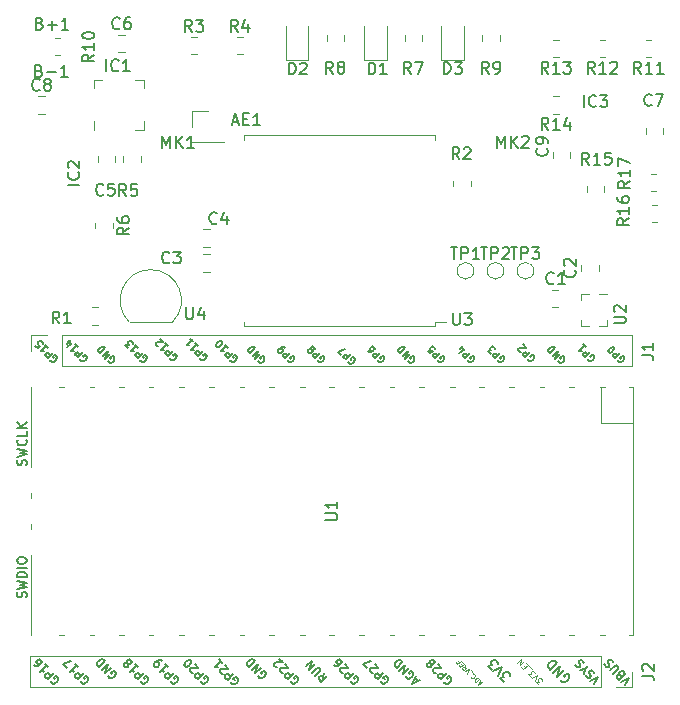
<source format=gbr>
%TF.GenerationSoftware,KiCad,Pcbnew,(6.0.1-0)*%
%TF.CreationDate,2022-01-30T18:46:34+01:00*%
%TF.ProjectId,Pico_LoRa,5069636f-5f4c-46f5-9261-2e6b69636164,1.1*%
%TF.SameCoordinates,Original*%
%TF.FileFunction,Legend,Top*%
%TF.FilePolarity,Positive*%
%FSLAX46Y46*%
G04 Gerber Fmt 4.6, Leading zero omitted, Abs format (unit mm)*
G04 Created by KiCad (PCBNEW (6.0.1-0)) date 2022-01-30 18:46:34*
%MOMM*%
%LPD*%
G01*
G04 APERTURE LIST*
%ADD10C,0.150000*%
%ADD11C,0.125000*%
%ADD12C,0.100000*%
%ADD13C,0.120000*%
G04 APERTURE END LIST*
D10*
%TO.C,MK1*%
X86040476Y-93302380D02*
X86040476Y-92302380D01*
X86373809Y-93016666D01*
X86707142Y-92302380D01*
X86707142Y-93302380D01*
X87183333Y-93302380D02*
X87183333Y-92302380D01*
X87754761Y-93302380D02*
X87326190Y-92730952D01*
X87754761Y-92302380D02*
X87183333Y-92873809D01*
X88707142Y-93302380D02*
X88135714Y-93302380D01*
X88421428Y-93302380D02*
X88421428Y-92302380D01*
X88326190Y-92445238D01*
X88230952Y-92540476D01*
X88135714Y-92588095D01*
%TO.C,MK2*%
X114385476Y-93249380D02*
X114385476Y-92249380D01*
X114718809Y-92963666D01*
X115052142Y-92249380D01*
X115052142Y-93249380D01*
X115528333Y-93249380D02*
X115528333Y-92249380D01*
X116099761Y-93249380D02*
X115671190Y-92677952D01*
X116099761Y-92249380D02*
X115528333Y-92820809D01*
X116480714Y-92344619D02*
X116528333Y-92297000D01*
X116623571Y-92249380D01*
X116861666Y-92249380D01*
X116956904Y-92297000D01*
X117004523Y-92344619D01*
X117052142Y-92439857D01*
X117052142Y-92535095D01*
X117004523Y-92677952D01*
X116433095Y-93249380D01*
X117052142Y-93249380D01*
%TO.C,D3*%
X109861904Y-87002380D02*
X109861904Y-86002380D01*
X110100000Y-86002380D01*
X110242857Y-86050000D01*
X110338095Y-86145238D01*
X110385714Y-86240476D01*
X110433333Y-86430952D01*
X110433333Y-86573809D01*
X110385714Y-86764285D01*
X110338095Y-86859523D01*
X110242857Y-86954761D01*
X110100000Y-87002380D01*
X109861904Y-87002380D01*
X110766666Y-86002380D02*
X111385714Y-86002380D01*
X111052380Y-86383333D01*
X111195238Y-86383333D01*
X111290476Y-86430952D01*
X111338095Y-86478571D01*
X111385714Y-86573809D01*
X111385714Y-86811904D01*
X111338095Y-86907142D01*
X111290476Y-86954761D01*
X111195238Y-87002380D01*
X110909523Y-87002380D01*
X110814285Y-86954761D01*
X110766666Y-86907142D01*
%TO.C,R14*%
X118707142Y-91727380D02*
X118373809Y-91251190D01*
X118135714Y-91727380D02*
X118135714Y-90727380D01*
X118516666Y-90727380D01*
X118611904Y-90775000D01*
X118659523Y-90822619D01*
X118707142Y-90917857D01*
X118707142Y-91060714D01*
X118659523Y-91155952D01*
X118611904Y-91203571D01*
X118516666Y-91251190D01*
X118135714Y-91251190D01*
X119659523Y-91727380D02*
X119088095Y-91727380D01*
X119373809Y-91727380D02*
X119373809Y-90727380D01*
X119278571Y-90870238D01*
X119183333Y-90965476D01*
X119088095Y-91013095D01*
X120516666Y-91060714D02*
X120516666Y-91727380D01*
X120278571Y-90679761D02*
X120040476Y-91394047D01*
X120659523Y-91394047D01*
%TO.C,R17*%
X125602380Y-96067857D02*
X125126190Y-96401190D01*
X125602380Y-96639285D02*
X124602380Y-96639285D01*
X124602380Y-96258333D01*
X124650000Y-96163095D01*
X124697619Y-96115476D01*
X124792857Y-96067857D01*
X124935714Y-96067857D01*
X125030952Y-96115476D01*
X125078571Y-96163095D01*
X125126190Y-96258333D01*
X125126190Y-96639285D01*
X125602380Y-95115476D02*
X125602380Y-95686904D01*
X125602380Y-95401190D02*
X124602380Y-95401190D01*
X124745238Y-95496428D01*
X124840476Y-95591666D01*
X124888095Y-95686904D01*
X124602380Y-94782142D02*
X124602380Y-94115476D01*
X125602380Y-94544047D01*
%TO.C,R8*%
X100483333Y-86977380D02*
X100150000Y-86501190D01*
X99911904Y-86977380D02*
X99911904Y-85977380D01*
X100292857Y-85977380D01*
X100388095Y-86025000D01*
X100435714Y-86072619D01*
X100483333Y-86167857D01*
X100483333Y-86310714D01*
X100435714Y-86405952D01*
X100388095Y-86453571D01*
X100292857Y-86501190D01*
X99911904Y-86501190D01*
X101054761Y-86405952D02*
X100959523Y-86358333D01*
X100911904Y-86310714D01*
X100864285Y-86215476D01*
X100864285Y-86167857D01*
X100911904Y-86072619D01*
X100959523Y-86025000D01*
X101054761Y-85977380D01*
X101245238Y-85977380D01*
X101340476Y-86025000D01*
X101388095Y-86072619D01*
X101435714Y-86167857D01*
X101435714Y-86215476D01*
X101388095Y-86310714D01*
X101340476Y-86358333D01*
X101245238Y-86405952D01*
X101054761Y-86405952D01*
X100959523Y-86453571D01*
X100911904Y-86501190D01*
X100864285Y-86596428D01*
X100864285Y-86786904D01*
X100911904Y-86882142D01*
X100959523Y-86929761D01*
X101054761Y-86977380D01*
X101245238Y-86977380D01*
X101340476Y-86929761D01*
X101388095Y-86882142D01*
X101435714Y-86786904D01*
X101435714Y-86596428D01*
X101388095Y-86501190D01*
X101340476Y-86453571D01*
X101245238Y-86405952D01*
%TO.C,B+1*%
X75651190Y-82728571D02*
X75794047Y-82776190D01*
X75841666Y-82823809D01*
X75889285Y-82919047D01*
X75889285Y-83061904D01*
X75841666Y-83157142D01*
X75794047Y-83204761D01*
X75698809Y-83252380D01*
X75317857Y-83252380D01*
X75317857Y-82252380D01*
X75651190Y-82252380D01*
X75746428Y-82300000D01*
X75794047Y-82347619D01*
X75841666Y-82442857D01*
X75841666Y-82538095D01*
X75794047Y-82633333D01*
X75746428Y-82680952D01*
X75651190Y-82728571D01*
X75317857Y-82728571D01*
X76317857Y-82871428D02*
X77079761Y-82871428D01*
X76698809Y-83252380D02*
X76698809Y-82490476D01*
X78079761Y-83252380D02*
X77508333Y-83252380D01*
X77794047Y-83252380D02*
X77794047Y-82252380D01*
X77698809Y-82395238D01*
X77603571Y-82490476D01*
X77508333Y-82538095D01*
%TO.C,R1*%
X77308333Y-108127380D02*
X76975000Y-107651190D01*
X76736904Y-108127380D02*
X76736904Y-107127380D01*
X77117857Y-107127380D01*
X77213095Y-107175000D01*
X77260714Y-107222619D01*
X77308333Y-107317857D01*
X77308333Y-107460714D01*
X77260714Y-107555952D01*
X77213095Y-107603571D01*
X77117857Y-107651190D01*
X76736904Y-107651190D01*
X78260714Y-108127380D02*
X77689285Y-108127380D01*
X77975000Y-108127380D02*
X77975000Y-107127380D01*
X77879761Y-107270238D01*
X77784523Y-107365476D01*
X77689285Y-107413095D01*
%TO.C,IC3*%
X121698809Y-89802380D02*
X121698809Y-88802380D01*
X122746428Y-89707142D02*
X122698809Y-89754761D01*
X122555952Y-89802380D01*
X122460714Y-89802380D01*
X122317857Y-89754761D01*
X122222619Y-89659523D01*
X122175000Y-89564285D01*
X122127380Y-89373809D01*
X122127380Y-89230952D01*
X122175000Y-89040476D01*
X122222619Y-88945238D01*
X122317857Y-88850000D01*
X122460714Y-88802380D01*
X122555952Y-88802380D01*
X122698809Y-88850000D01*
X122746428Y-88897619D01*
X123079761Y-88802380D02*
X123698809Y-88802380D01*
X123365476Y-89183333D01*
X123508333Y-89183333D01*
X123603571Y-89230952D01*
X123651190Y-89278571D01*
X123698809Y-89373809D01*
X123698809Y-89611904D01*
X123651190Y-89707142D01*
X123603571Y-89754761D01*
X123508333Y-89802380D01*
X123222619Y-89802380D01*
X123127380Y-89754761D01*
X123079761Y-89707142D01*
%TO.C,D2*%
X96736904Y-87052380D02*
X96736904Y-86052380D01*
X96975000Y-86052380D01*
X97117857Y-86100000D01*
X97213095Y-86195238D01*
X97260714Y-86290476D01*
X97308333Y-86480952D01*
X97308333Y-86623809D01*
X97260714Y-86814285D01*
X97213095Y-86909523D01*
X97117857Y-87004761D01*
X96975000Y-87052380D01*
X96736904Y-87052380D01*
X97689285Y-86147619D02*
X97736904Y-86100000D01*
X97832142Y-86052380D01*
X98070238Y-86052380D01*
X98165476Y-86100000D01*
X98213095Y-86147619D01*
X98260714Y-86242857D01*
X98260714Y-86338095D01*
X98213095Y-86480952D01*
X97641666Y-87052380D01*
X98260714Y-87052380D01*
%TO.C,U4*%
X88038095Y-106777380D02*
X88038095Y-107586904D01*
X88085714Y-107682142D01*
X88133333Y-107729761D01*
X88228571Y-107777380D01*
X88419047Y-107777380D01*
X88514285Y-107729761D01*
X88561904Y-107682142D01*
X88609523Y-107586904D01*
X88609523Y-106777380D01*
X89514285Y-107110714D02*
X89514285Y-107777380D01*
X89276190Y-106729761D02*
X89038095Y-107444047D01*
X89657142Y-107444047D01*
%TO.C,J2*%
X126647380Y-137958333D02*
X127361666Y-137958333D01*
X127504523Y-138005952D01*
X127599761Y-138101190D01*
X127647380Y-138244047D01*
X127647380Y-138339285D01*
X126742619Y-137529761D02*
X126695000Y-137482142D01*
X126647380Y-137386904D01*
X126647380Y-137148809D01*
X126695000Y-137053571D01*
X126742619Y-137005952D01*
X126837857Y-136958333D01*
X126933095Y-136958333D01*
X127075952Y-137005952D01*
X127647380Y-137577380D01*
X127647380Y-136958333D01*
%TO.C,C9*%
X118582142Y-93316666D02*
X118629761Y-93364285D01*
X118677380Y-93507142D01*
X118677380Y-93602380D01*
X118629761Y-93745238D01*
X118534523Y-93840476D01*
X118439285Y-93888095D01*
X118248809Y-93935714D01*
X118105952Y-93935714D01*
X117915476Y-93888095D01*
X117820238Y-93840476D01*
X117725000Y-93745238D01*
X117677380Y-93602380D01*
X117677380Y-93507142D01*
X117725000Y-93364285D01*
X117772619Y-93316666D01*
X118677380Y-92840476D02*
X118677380Y-92650000D01*
X118629761Y-92554761D01*
X118582142Y-92507142D01*
X118439285Y-92411904D01*
X118248809Y-92364285D01*
X117867857Y-92364285D01*
X117772619Y-92411904D01*
X117725000Y-92459523D01*
X117677380Y-92554761D01*
X117677380Y-92745238D01*
X117725000Y-92840476D01*
X117772619Y-92888095D01*
X117867857Y-92935714D01*
X118105952Y-92935714D01*
X118201190Y-92888095D01*
X118248809Y-92840476D01*
X118296428Y-92745238D01*
X118296428Y-92554761D01*
X118248809Y-92459523D01*
X118201190Y-92411904D01*
X118105952Y-92364285D01*
%TO.C,TP2*%
X112975595Y-101679380D02*
X113547023Y-101679380D01*
X113261309Y-102679380D02*
X113261309Y-101679380D01*
X113880357Y-102679380D02*
X113880357Y-101679380D01*
X114261309Y-101679380D01*
X114356547Y-101727000D01*
X114404166Y-101774619D01*
X114451785Y-101869857D01*
X114451785Y-102012714D01*
X114404166Y-102107952D01*
X114356547Y-102155571D01*
X114261309Y-102203190D01*
X113880357Y-102203190D01*
X114832738Y-101774619D02*
X114880357Y-101727000D01*
X114975595Y-101679380D01*
X115213690Y-101679380D01*
X115308928Y-101727000D01*
X115356547Y-101774619D01*
X115404166Y-101869857D01*
X115404166Y-101965095D01*
X115356547Y-102107952D01*
X114785119Y-102679380D01*
X115404166Y-102679380D01*
%TO.C,R16*%
X125527380Y-99242857D02*
X125051190Y-99576190D01*
X125527380Y-99814285D02*
X124527380Y-99814285D01*
X124527380Y-99433333D01*
X124575000Y-99338095D01*
X124622619Y-99290476D01*
X124717857Y-99242857D01*
X124860714Y-99242857D01*
X124955952Y-99290476D01*
X125003571Y-99338095D01*
X125051190Y-99433333D01*
X125051190Y-99814285D01*
X125527380Y-98290476D02*
X125527380Y-98861904D01*
X125527380Y-98576190D02*
X124527380Y-98576190D01*
X124670238Y-98671428D01*
X124765476Y-98766666D01*
X124813095Y-98861904D01*
X124527380Y-97433333D02*
X124527380Y-97623809D01*
X124575000Y-97719047D01*
X124622619Y-97766666D01*
X124765476Y-97861904D01*
X124955952Y-97909523D01*
X125336904Y-97909523D01*
X125432142Y-97861904D01*
X125479761Y-97814285D01*
X125527380Y-97719047D01*
X125527380Y-97528571D01*
X125479761Y-97433333D01*
X125432142Y-97385714D01*
X125336904Y-97338095D01*
X125098809Y-97338095D01*
X125003571Y-97385714D01*
X124955952Y-97433333D01*
X124908333Y-97528571D01*
X124908333Y-97719047D01*
X124955952Y-97814285D01*
X125003571Y-97861904D01*
X125098809Y-97909523D01*
%TO.C,R15*%
X122157142Y-94677380D02*
X121823809Y-94201190D01*
X121585714Y-94677380D02*
X121585714Y-93677380D01*
X121966666Y-93677380D01*
X122061904Y-93725000D01*
X122109523Y-93772619D01*
X122157142Y-93867857D01*
X122157142Y-94010714D01*
X122109523Y-94105952D01*
X122061904Y-94153571D01*
X121966666Y-94201190D01*
X121585714Y-94201190D01*
X123109523Y-94677380D02*
X122538095Y-94677380D01*
X122823809Y-94677380D02*
X122823809Y-93677380D01*
X122728571Y-93820238D01*
X122633333Y-93915476D01*
X122538095Y-93963095D01*
X124014285Y-93677380D02*
X123538095Y-93677380D01*
X123490476Y-94153571D01*
X123538095Y-94105952D01*
X123633333Y-94058333D01*
X123871428Y-94058333D01*
X123966666Y-94105952D01*
X124014285Y-94153571D01*
X124061904Y-94248809D01*
X124061904Y-94486904D01*
X124014285Y-94582142D01*
X123966666Y-94629761D01*
X123871428Y-94677380D01*
X123633333Y-94677380D01*
X123538095Y-94629761D01*
X123490476Y-94582142D01*
%TO.C,C3*%
X86633333Y-102957142D02*
X86585714Y-103004761D01*
X86442857Y-103052380D01*
X86347619Y-103052380D01*
X86204761Y-103004761D01*
X86109523Y-102909523D01*
X86061904Y-102814285D01*
X86014285Y-102623809D01*
X86014285Y-102480952D01*
X86061904Y-102290476D01*
X86109523Y-102195238D01*
X86204761Y-102100000D01*
X86347619Y-102052380D01*
X86442857Y-102052380D01*
X86585714Y-102100000D01*
X86633333Y-102147619D01*
X86966666Y-102052380D02*
X87585714Y-102052380D01*
X87252380Y-102433333D01*
X87395238Y-102433333D01*
X87490476Y-102480952D01*
X87538095Y-102528571D01*
X87585714Y-102623809D01*
X87585714Y-102861904D01*
X87538095Y-102957142D01*
X87490476Y-103004761D01*
X87395238Y-103052380D01*
X87109523Y-103052380D01*
X87014285Y-103004761D01*
X86966666Y-102957142D01*
%TO.C,R12*%
X122632142Y-86977380D02*
X122298809Y-86501190D01*
X122060714Y-86977380D02*
X122060714Y-85977380D01*
X122441666Y-85977380D01*
X122536904Y-86025000D01*
X122584523Y-86072619D01*
X122632142Y-86167857D01*
X122632142Y-86310714D01*
X122584523Y-86405952D01*
X122536904Y-86453571D01*
X122441666Y-86501190D01*
X122060714Y-86501190D01*
X123584523Y-86977380D02*
X123013095Y-86977380D01*
X123298809Y-86977380D02*
X123298809Y-85977380D01*
X123203571Y-86120238D01*
X123108333Y-86215476D01*
X123013095Y-86263095D01*
X123965476Y-86072619D02*
X124013095Y-86025000D01*
X124108333Y-85977380D01*
X124346428Y-85977380D01*
X124441666Y-86025000D01*
X124489285Y-86072619D01*
X124536904Y-86167857D01*
X124536904Y-86263095D01*
X124489285Y-86405952D01*
X123917857Y-86977380D01*
X124536904Y-86977380D01*
%TO.C,U2*%
X124252380Y-108136904D02*
X125061904Y-108136904D01*
X125157142Y-108089285D01*
X125204761Y-108041666D01*
X125252380Y-107946428D01*
X125252380Y-107755952D01*
X125204761Y-107660714D01*
X125157142Y-107613095D01*
X125061904Y-107565476D01*
X124252380Y-107565476D01*
X124347619Y-107136904D02*
X124300000Y-107089285D01*
X124252380Y-106994047D01*
X124252380Y-106755952D01*
X124300000Y-106660714D01*
X124347619Y-106613095D01*
X124442857Y-106565476D01*
X124538095Y-106565476D01*
X124680952Y-106613095D01*
X125252380Y-107184523D01*
X125252380Y-106565476D01*
%TO.C,TP1*%
X110438095Y-101679380D02*
X111009523Y-101679380D01*
X110723809Y-102679380D02*
X110723809Y-101679380D01*
X111342857Y-102679380D02*
X111342857Y-101679380D01*
X111723809Y-101679380D01*
X111819047Y-101727000D01*
X111866666Y-101774619D01*
X111914285Y-101869857D01*
X111914285Y-102012714D01*
X111866666Y-102107952D01*
X111819047Y-102155571D01*
X111723809Y-102203190D01*
X111342857Y-102203190D01*
X112866666Y-102679380D02*
X112295238Y-102679380D01*
X112580952Y-102679380D02*
X112580952Y-101679380D01*
X112485714Y-101822238D01*
X112390476Y-101917476D01*
X112295238Y-101965095D01*
%TO.C,U1*%
X99822380Y-124786904D02*
X100631904Y-124786904D01*
X100727142Y-124739285D01*
X100774761Y-124691666D01*
X100822380Y-124596428D01*
X100822380Y-124405952D01*
X100774761Y-124310714D01*
X100727142Y-124263095D01*
X100631904Y-124215476D01*
X99822380Y-124215476D01*
X100822380Y-123215476D02*
X100822380Y-123786904D01*
X100822380Y-123501190D02*
X99822380Y-123501190D01*
X99965238Y-123596428D01*
X100060476Y-123691666D01*
X100108095Y-123786904D01*
X101760913Y-111365177D02*
X101781116Y-111425786D01*
X101841725Y-111486396D01*
X101922538Y-111526802D01*
X102003350Y-111526802D01*
X102063959Y-111506599D01*
X102164974Y-111445990D01*
X102225583Y-111385380D01*
X102286193Y-111284365D01*
X102306396Y-111223756D01*
X102306396Y-111142944D01*
X102265990Y-111062132D01*
X102225583Y-111021725D01*
X102144771Y-110981319D01*
X102104365Y-110981319D01*
X101962944Y-111122741D01*
X102043756Y-111203553D01*
X101962944Y-110759086D02*
X101538680Y-111183350D01*
X101377055Y-111021725D01*
X101356852Y-110961116D01*
X101356852Y-110920710D01*
X101377055Y-110860101D01*
X101437664Y-110799492D01*
X101498274Y-110779289D01*
X101538680Y-110779289D01*
X101599289Y-110799492D01*
X101760913Y-110961116D01*
X101154822Y-110799492D02*
X100871979Y-110516649D01*
X101478071Y-110274213D01*
X122060913Y-111165177D02*
X122081116Y-111225786D01*
X122141725Y-111286396D01*
X122222538Y-111326802D01*
X122303350Y-111326802D01*
X122363959Y-111306599D01*
X122464974Y-111245990D01*
X122525583Y-111185380D01*
X122586193Y-111084365D01*
X122606396Y-111023756D01*
X122606396Y-110942944D01*
X122565990Y-110862132D01*
X122525583Y-110821725D01*
X122444771Y-110781319D01*
X122404365Y-110781319D01*
X122262944Y-110922741D01*
X122343756Y-111003553D01*
X122262944Y-110559086D02*
X121838680Y-110983350D01*
X121677055Y-110821725D01*
X121656852Y-110761116D01*
X121656852Y-110720710D01*
X121677055Y-110660101D01*
X121737664Y-110599492D01*
X121798274Y-110579289D01*
X121838680Y-110579289D01*
X121899289Y-110599492D01*
X122060913Y-110761116D01*
X121616446Y-109912588D02*
X121858883Y-110155025D01*
X121737664Y-110033806D02*
X121313400Y-110458071D01*
X121414416Y-110437867D01*
X121495228Y-110437867D01*
X121555837Y-110458071D01*
X114940592Y-138485152D02*
X114590406Y-138134966D01*
X114994467Y-138108028D01*
X114913654Y-138027216D01*
X114886717Y-137946404D01*
X114886717Y-137892529D01*
X114913654Y-137811717D01*
X115048341Y-137677030D01*
X115129154Y-137650093D01*
X115183028Y-137650093D01*
X115263841Y-137677030D01*
X115425465Y-137838654D01*
X115452402Y-137919467D01*
X115452402Y-137973341D01*
X114428781Y-137973341D02*
X114805905Y-137219094D01*
X114051658Y-137596218D01*
X113916971Y-137461531D02*
X113566784Y-137111345D01*
X113970845Y-137084407D01*
X113890033Y-137003595D01*
X113863096Y-136922783D01*
X113863096Y-136868908D01*
X113890033Y-136788096D01*
X114024720Y-136653409D01*
X114105532Y-136626471D01*
X114159407Y-136626471D01*
X114240219Y-136653409D01*
X114401844Y-136815033D01*
X114428781Y-136895845D01*
X114428781Y-136949720D01*
X99190913Y-111265177D02*
X99211116Y-111325786D01*
X99271725Y-111386396D01*
X99352538Y-111426802D01*
X99433350Y-111426802D01*
X99493959Y-111406599D01*
X99594974Y-111345990D01*
X99655583Y-111285380D01*
X99716193Y-111184365D01*
X99736396Y-111123756D01*
X99736396Y-111042944D01*
X99695990Y-110962132D01*
X99655583Y-110921725D01*
X99574771Y-110881319D01*
X99534365Y-110881319D01*
X99392944Y-111022741D01*
X99473756Y-111103553D01*
X99392944Y-110659086D02*
X98968680Y-111083350D01*
X98807055Y-110921725D01*
X98786852Y-110861116D01*
X98786852Y-110820710D01*
X98807055Y-110760101D01*
X98867664Y-110699492D01*
X98928274Y-110679289D01*
X98968680Y-110679289D01*
X99029289Y-110699492D01*
X99190913Y-110861116D01*
X98665634Y-110416649D02*
X98685837Y-110477258D01*
X98685837Y-110517664D01*
X98665634Y-110578274D01*
X98645431Y-110598477D01*
X98584822Y-110618680D01*
X98544416Y-110618680D01*
X98483806Y-110598477D01*
X98402994Y-110517664D01*
X98382791Y-110457055D01*
X98382791Y-110416649D01*
X98402994Y-110356040D01*
X98423197Y-110335837D01*
X98483806Y-110315634D01*
X98524213Y-110315634D01*
X98584822Y-110335837D01*
X98665634Y-110416649D01*
X98726243Y-110436852D01*
X98766649Y-110436852D01*
X98827258Y-110416649D01*
X98908071Y-110335837D01*
X98928274Y-110275228D01*
X98928274Y-110234822D01*
X98908071Y-110174213D01*
X98827258Y-110093400D01*
X98766649Y-110073197D01*
X98726243Y-110073197D01*
X98665634Y-110093400D01*
X98584822Y-110174213D01*
X98564619Y-110234822D01*
X98564619Y-110275228D01*
X98584822Y-110335837D01*
X76581768Y-138436743D02*
X76605338Y-138507453D01*
X76676049Y-138578164D01*
X76770330Y-138625304D01*
X76864610Y-138625304D01*
X76935321Y-138601734D01*
X77053172Y-138531023D01*
X77123883Y-138460313D01*
X77194594Y-138342462D01*
X77218164Y-138271751D01*
X77218164Y-138177470D01*
X77171023Y-138083189D01*
X77123883Y-138036049D01*
X77029602Y-137988908D01*
X76982462Y-137988908D01*
X76817470Y-138153900D01*
X76911751Y-138248181D01*
X76817470Y-137729636D02*
X76322495Y-138224610D01*
X76133933Y-138036049D01*
X76110363Y-137965338D01*
X76110363Y-137918198D01*
X76133933Y-137847487D01*
X76204644Y-137776776D01*
X76275355Y-137753206D01*
X76322495Y-137753206D01*
X76393206Y-137776776D01*
X76581768Y-137965338D01*
X76063223Y-136975389D02*
X76346066Y-137258231D01*
X76204644Y-137116810D02*
X75709669Y-137611785D01*
X75827521Y-137588214D01*
X75921801Y-137588214D01*
X75992512Y-137611785D01*
X75143984Y-137046099D02*
X75238265Y-137140380D01*
X75308976Y-137163950D01*
X75356116Y-137163950D01*
X75473967Y-137140380D01*
X75591818Y-137069669D01*
X75780380Y-136881108D01*
X75803950Y-136810397D01*
X75803950Y-136763256D01*
X75780380Y-136692546D01*
X75686099Y-136598265D01*
X75615389Y-136574695D01*
X75568248Y-136574695D01*
X75497537Y-136598265D01*
X75379686Y-136716116D01*
X75356116Y-136786827D01*
X75356116Y-136833967D01*
X75379686Y-136904678D01*
X75473967Y-136998959D01*
X75544678Y-137022529D01*
X75591818Y-137022529D01*
X75662529Y-136998959D01*
X94149636Y-137970610D02*
X94173206Y-138041321D01*
X94243917Y-138112032D01*
X94338198Y-138159172D01*
X94432478Y-138159172D01*
X94503189Y-138135602D01*
X94621040Y-138064891D01*
X94691751Y-137994181D01*
X94762462Y-137876330D01*
X94786032Y-137805619D01*
X94786032Y-137711338D01*
X94738891Y-137617057D01*
X94691751Y-137569917D01*
X94597470Y-137522776D01*
X94550330Y-137522776D01*
X94385338Y-137687768D01*
X94479619Y-137782049D01*
X94385338Y-137263504D02*
X93890363Y-137758478D01*
X94102495Y-136980661D01*
X93607521Y-137475636D01*
X93866793Y-136744959D02*
X93371818Y-137239933D01*
X93253967Y-137122082D01*
X93206827Y-137027801D01*
X93206827Y-136933521D01*
X93230397Y-136862810D01*
X93301108Y-136744959D01*
X93371818Y-136674248D01*
X93489669Y-136603537D01*
X93560380Y-136579967D01*
X93654661Y-136579967D01*
X93748942Y-136627108D01*
X93866793Y-136744959D01*
X124590913Y-111265177D02*
X124611116Y-111325786D01*
X124671725Y-111386396D01*
X124752538Y-111426802D01*
X124833350Y-111426802D01*
X124893959Y-111406599D01*
X124994974Y-111345990D01*
X125055583Y-111285380D01*
X125116193Y-111184365D01*
X125136396Y-111123756D01*
X125136396Y-111042944D01*
X125095990Y-110962132D01*
X125055583Y-110921725D01*
X124974771Y-110881319D01*
X124934365Y-110881319D01*
X124792944Y-111022741D01*
X124873756Y-111103553D01*
X124792944Y-110659086D02*
X124368680Y-111083350D01*
X124207055Y-110921725D01*
X124186852Y-110861116D01*
X124186852Y-110820710D01*
X124207055Y-110760101D01*
X124267664Y-110699492D01*
X124328274Y-110679289D01*
X124368680Y-110679289D01*
X124429289Y-110699492D01*
X124590913Y-110861116D01*
X123863603Y-110578274D02*
X123823197Y-110537867D01*
X123802994Y-110477258D01*
X123802994Y-110436852D01*
X123823197Y-110376243D01*
X123883806Y-110275228D01*
X123984822Y-110174213D01*
X124085837Y-110113603D01*
X124146446Y-110093400D01*
X124186852Y-110093400D01*
X124247461Y-110113603D01*
X124287867Y-110154009D01*
X124308071Y-110214619D01*
X124308071Y-110255025D01*
X124287867Y-110315634D01*
X124227258Y-110416649D01*
X124126243Y-110517664D01*
X124025228Y-110578274D01*
X123964619Y-110598477D01*
X123924213Y-110598477D01*
X123863603Y-110578274D01*
X104511768Y-138436743D02*
X104535338Y-138507453D01*
X104606049Y-138578164D01*
X104700330Y-138625304D01*
X104794610Y-138625304D01*
X104865321Y-138601734D01*
X104983172Y-138531023D01*
X105053883Y-138460313D01*
X105124594Y-138342462D01*
X105148164Y-138271751D01*
X105148164Y-138177470D01*
X105101023Y-138083189D01*
X105053883Y-138036049D01*
X104959602Y-137988908D01*
X104912462Y-137988908D01*
X104747470Y-138153900D01*
X104841751Y-138248181D01*
X104747470Y-137729636D02*
X104252495Y-138224610D01*
X104063933Y-138036049D01*
X104040363Y-137965338D01*
X104040363Y-137918198D01*
X104063933Y-137847487D01*
X104134644Y-137776776D01*
X104205355Y-137753206D01*
X104252495Y-137753206D01*
X104323206Y-137776776D01*
X104511768Y-137965338D01*
X103828231Y-137706066D02*
X103781091Y-137706066D01*
X103710380Y-137682495D01*
X103592529Y-137564644D01*
X103568959Y-137493933D01*
X103568959Y-137446793D01*
X103592529Y-137376082D01*
X103639669Y-137328942D01*
X103733950Y-137281801D01*
X104299636Y-137281801D01*
X103993223Y-136975389D01*
X103333256Y-137305372D02*
X103003273Y-136975389D01*
X103710380Y-136692546D01*
X86741768Y-138436743D02*
X86765338Y-138507453D01*
X86836049Y-138578164D01*
X86930330Y-138625304D01*
X87024610Y-138625304D01*
X87095321Y-138601734D01*
X87213172Y-138531023D01*
X87283883Y-138460313D01*
X87354594Y-138342462D01*
X87378164Y-138271751D01*
X87378164Y-138177470D01*
X87331023Y-138083189D01*
X87283883Y-138036049D01*
X87189602Y-137988908D01*
X87142462Y-137988908D01*
X86977470Y-138153900D01*
X87071751Y-138248181D01*
X86977470Y-137729636D02*
X86482495Y-138224610D01*
X86293933Y-138036049D01*
X86270363Y-137965338D01*
X86270363Y-137918198D01*
X86293933Y-137847487D01*
X86364644Y-137776776D01*
X86435355Y-137753206D01*
X86482495Y-137753206D01*
X86553206Y-137776776D01*
X86741768Y-137965338D01*
X86223223Y-136975389D02*
X86506066Y-137258231D01*
X86364644Y-137116810D02*
X85869669Y-137611785D01*
X85987521Y-137588214D01*
X86081801Y-137588214D01*
X86152512Y-137611785D01*
X85987521Y-136739686D02*
X85893240Y-136645405D01*
X85822529Y-136621835D01*
X85775389Y-136621835D01*
X85657537Y-136645405D01*
X85539686Y-136716116D01*
X85351124Y-136904678D01*
X85327554Y-136975389D01*
X85327554Y-137022529D01*
X85351124Y-137093240D01*
X85445405Y-137187521D01*
X85516116Y-137211091D01*
X85563256Y-137211091D01*
X85633967Y-137187521D01*
X85751818Y-137069669D01*
X85775389Y-136998959D01*
X85775389Y-136951818D01*
X85751818Y-136881108D01*
X85657537Y-136786827D01*
X85586827Y-136763256D01*
X85539686Y-136763256D01*
X85468976Y-136786827D01*
X109855768Y-138461743D02*
X109879338Y-138532453D01*
X109950049Y-138603164D01*
X110044330Y-138650304D01*
X110138610Y-138650304D01*
X110209321Y-138626734D01*
X110327172Y-138556023D01*
X110397883Y-138485313D01*
X110468594Y-138367462D01*
X110492164Y-138296751D01*
X110492164Y-138202470D01*
X110445023Y-138108189D01*
X110397883Y-138061049D01*
X110303602Y-138013908D01*
X110256462Y-138013908D01*
X110091470Y-138178900D01*
X110185751Y-138273181D01*
X110091470Y-137754636D02*
X109596495Y-138249610D01*
X109407933Y-138061049D01*
X109384363Y-137990338D01*
X109384363Y-137943198D01*
X109407933Y-137872487D01*
X109478644Y-137801776D01*
X109549355Y-137778206D01*
X109596495Y-137778206D01*
X109667206Y-137801776D01*
X109855768Y-137990338D01*
X109172231Y-137731066D02*
X109125091Y-137731066D01*
X109054380Y-137707495D01*
X108936529Y-137589644D01*
X108912959Y-137518933D01*
X108912959Y-137471793D01*
X108936529Y-137401082D01*
X108983669Y-137353942D01*
X109077950Y-137306801D01*
X109643636Y-137306801D01*
X109337223Y-137000389D01*
X108771537Y-137000389D02*
X108795108Y-137071099D01*
X108795108Y-137118240D01*
X108771537Y-137188950D01*
X108747967Y-137212521D01*
X108677256Y-137236091D01*
X108630116Y-137236091D01*
X108559405Y-137212521D01*
X108465124Y-137118240D01*
X108441554Y-137047529D01*
X108441554Y-137000389D01*
X108465124Y-136929678D01*
X108488695Y-136906108D01*
X108559405Y-136882537D01*
X108606546Y-136882537D01*
X108677256Y-136906108D01*
X108771537Y-137000389D01*
X108842248Y-137023959D01*
X108889389Y-137023959D01*
X108960099Y-137000389D01*
X109054380Y-136906108D01*
X109077950Y-136835397D01*
X109077950Y-136788256D01*
X109054380Y-136717546D01*
X108960099Y-136623265D01*
X108889389Y-136599695D01*
X108842248Y-136599695D01*
X108771537Y-136623265D01*
X108677256Y-136717546D01*
X108653686Y-136788256D01*
X108653686Y-136835397D01*
X108677256Y-136906108D01*
X84201768Y-138436743D02*
X84225338Y-138507453D01*
X84296049Y-138578164D01*
X84390330Y-138625304D01*
X84484610Y-138625304D01*
X84555321Y-138601734D01*
X84673172Y-138531023D01*
X84743883Y-138460313D01*
X84814594Y-138342462D01*
X84838164Y-138271751D01*
X84838164Y-138177470D01*
X84791023Y-138083189D01*
X84743883Y-138036049D01*
X84649602Y-137988908D01*
X84602462Y-137988908D01*
X84437470Y-138153900D01*
X84531751Y-138248181D01*
X84437470Y-137729636D02*
X83942495Y-138224610D01*
X83753933Y-138036049D01*
X83730363Y-137965338D01*
X83730363Y-137918198D01*
X83753933Y-137847487D01*
X83824644Y-137776776D01*
X83895355Y-137753206D01*
X83942495Y-137753206D01*
X84013206Y-137776776D01*
X84201768Y-137965338D01*
X83683223Y-136975389D02*
X83966066Y-137258231D01*
X83824644Y-137116810D02*
X83329669Y-137611785D01*
X83447521Y-137588214D01*
X83541801Y-137588214D01*
X83612512Y-137611785D01*
X83117537Y-136975389D02*
X83141108Y-137046099D01*
X83141108Y-137093240D01*
X83117537Y-137163950D01*
X83093967Y-137187521D01*
X83023256Y-137211091D01*
X82976116Y-137211091D01*
X82905405Y-137187521D01*
X82811124Y-137093240D01*
X82787554Y-137022529D01*
X82787554Y-136975389D01*
X82811124Y-136904678D01*
X82834695Y-136881108D01*
X82905405Y-136857537D01*
X82952546Y-136857537D01*
X83023256Y-136881108D01*
X83117537Y-136975389D01*
X83188248Y-136998959D01*
X83235389Y-136998959D01*
X83306099Y-136975389D01*
X83400380Y-136881108D01*
X83423950Y-136810397D01*
X83423950Y-136763256D01*
X83400380Y-136692546D01*
X83306099Y-136598265D01*
X83235389Y-136574695D01*
X83188248Y-136574695D01*
X83117537Y-136598265D01*
X83023256Y-136692546D01*
X82999686Y-136763256D01*
X82999686Y-136810397D01*
X83023256Y-136881108D01*
X89232944Y-111067208D02*
X89253147Y-111127817D01*
X89313756Y-111188426D01*
X89394568Y-111228832D01*
X89475380Y-111228832D01*
X89535990Y-111208629D01*
X89637005Y-111148020D01*
X89697614Y-111087411D01*
X89758223Y-110986396D01*
X89778426Y-110925786D01*
X89778426Y-110844974D01*
X89738020Y-110764162D01*
X89697614Y-110723756D01*
X89616802Y-110683350D01*
X89576396Y-110683350D01*
X89434974Y-110824771D01*
X89515786Y-110905583D01*
X89434974Y-110461116D02*
X89010710Y-110885380D01*
X88849086Y-110723756D01*
X88828883Y-110663147D01*
X88828883Y-110622741D01*
X88849086Y-110562132D01*
X88909695Y-110501522D01*
X88970304Y-110481319D01*
X89010710Y-110481319D01*
X89071319Y-110501522D01*
X89232944Y-110663147D01*
X88788477Y-109814619D02*
X89030913Y-110057055D01*
X88909695Y-109935837D02*
X88485431Y-110360101D01*
X88586446Y-110339898D01*
X88667258Y-110339898D01*
X88727867Y-110360101D01*
X88384416Y-109410558D02*
X88626852Y-109652994D01*
X88505634Y-109531776D02*
X88081370Y-109956040D01*
X88182385Y-109935837D01*
X88263197Y-109935837D01*
X88323806Y-109956040D01*
X122602470Y-138694585D02*
X122932453Y-138034619D01*
X122272487Y-138364602D01*
X122602470Y-137751776D02*
X122555330Y-137657495D01*
X122437478Y-137539644D01*
X122366768Y-137516074D01*
X122319627Y-137516074D01*
X122248917Y-137539644D01*
X122201776Y-137586785D01*
X122178206Y-137657495D01*
X122178206Y-137704636D01*
X122201776Y-137775346D01*
X122272487Y-137893198D01*
X122296057Y-137963908D01*
X122296057Y-138011049D01*
X122272487Y-138081759D01*
X122225346Y-138128900D01*
X122154636Y-138152470D01*
X122107495Y-138152470D01*
X122036785Y-138128900D01*
X121918933Y-138011049D01*
X121871793Y-137916768D01*
X121801082Y-137374653D02*
X122036785Y-137138950D01*
X121706801Y-137798917D02*
X121801082Y-137374653D01*
X121376818Y-137468933D01*
X121706801Y-136856108D02*
X121659661Y-136761827D01*
X121541810Y-136643976D01*
X121471099Y-136620405D01*
X121423959Y-136620405D01*
X121353248Y-136643976D01*
X121306108Y-136691116D01*
X121282537Y-136761827D01*
X121282537Y-136808967D01*
X121306108Y-136879678D01*
X121376818Y-136997529D01*
X121400389Y-137068240D01*
X121400389Y-137115380D01*
X121376818Y-137186091D01*
X121329678Y-137233231D01*
X121258967Y-137256801D01*
X121211827Y-137256801D01*
X121141116Y-137233231D01*
X121023265Y-137115380D01*
X120976124Y-137021099D01*
X116970913Y-111165177D02*
X116991116Y-111225786D01*
X117051725Y-111286396D01*
X117132538Y-111326802D01*
X117213350Y-111326802D01*
X117273959Y-111306599D01*
X117374974Y-111245990D01*
X117435583Y-111185380D01*
X117496193Y-111084365D01*
X117516396Y-111023756D01*
X117516396Y-110942944D01*
X117475990Y-110862132D01*
X117435583Y-110821725D01*
X117354771Y-110781319D01*
X117314365Y-110781319D01*
X117172944Y-110922741D01*
X117253756Y-111003553D01*
X117172944Y-110559086D02*
X116748680Y-110983350D01*
X116587055Y-110821725D01*
X116566852Y-110761116D01*
X116566852Y-110720710D01*
X116587055Y-110660101D01*
X116647664Y-110599492D01*
X116708274Y-110579289D01*
X116748680Y-110579289D01*
X116809289Y-110599492D01*
X116970913Y-110761116D01*
X116385025Y-110538883D02*
X116344619Y-110538883D01*
X116284009Y-110518680D01*
X116182994Y-110417664D01*
X116162791Y-110357055D01*
X116162791Y-110316649D01*
X116182994Y-110256040D01*
X116223400Y-110215634D01*
X116304213Y-110175228D01*
X116789086Y-110175228D01*
X116526446Y-109912588D01*
X96650913Y-111265177D02*
X96671116Y-111325786D01*
X96731725Y-111386396D01*
X96812538Y-111426802D01*
X96893350Y-111426802D01*
X96953959Y-111406599D01*
X97054974Y-111345990D01*
X97115583Y-111285380D01*
X97176193Y-111184365D01*
X97196396Y-111123756D01*
X97196396Y-111042944D01*
X97155990Y-110962132D01*
X97115583Y-110921725D01*
X97034771Y-110881319D01*
X96994365Y-110881319D01*
X96852944Y-111022741D01*
X96933756Y-111103553D01*
X96852944Y-110659086D02*
X96428680Y-111083350D01*
X96267055Y-110921725D01*
X96246852Y-110861116D01*
X96246852Y-110820710D01*
X96267055Y-110760101D01*
X96327664Y-110699492D01*
X96388274Y-110679289D01*
X96428680Y-110679289D01*
X96489289Y-110699492D01*
X96650913Y-110861116D01*
X96408477Y-110214619D02*
X96327664Y-110133806D01*
X96267055Y-110113603D01*
X96226649Y-110113603D01*
X96125634Y-110133806D01*
X96024619Y-110194416D01*
X95862994Y-110356040D01*
X95842791Y-110416649D01*
X95842791Y-110457055D01*
X95862994Y-110517664D01*
X95943806Y-110598477D01*
X96004416Y-110618680D01*
X96044822Y-110618680D01*
X96105431Y-110598477D01*
X96206446Y-110497461D01*
X96226649Y-110436852D01*
X96226649Y-110396446D01*
X96206446Y-110335837D01*
X96125634Y-110255025D01*
X96065025Y-110234822D01*
X96024619Y-110234822D01*
X95964009Y-110255025D01*
X89281768Y-138436743D02*
X89305338Y-138507453D01*
X89376049Y-138578164D01*
X89470330Y-138625304D01*
X89564610Y-138625304D01*
X89635321Y-138601734D01*
X89753172Y-138531023D01*
X89823883Y-138460313D01*
X89894594Y-138342462D01*
X89918164Y-138271751D01*
X89918164Y-138177470D01*
X89871023Y-138083189D01*
X89823883Y-138036049D01*
X89729602Y-137988908D01*
X89682462Y-137988908D01*
X89517470Y-138153900D01*
X89611751Y-138248181D01*
X89517470Y-137729636D02*
X89022495Y-138224610D01*
X88833933Y-138036049D01*
X88810363Y-137965338D01*
X88810363Y-137918198D01*
X88833933Y-137847487D01*
X88904644Y-137776776D01*
X88975355Y-137753206D01*
X89022495Y-137753206D01*
X89093206Y-137776776D01*
X89281768Y-137965338D01*
X88598231Y-137706066D02*
X88551091Y-137706066D01*
X88480380Y-137682495D01*
X88362529Y-137564644D01*
X88338959Y-137493933D01*
X88338959Y-137446793D01*
X88362529Y-137376082D01*
X88409669Y-137328942D01*
X88503950Y-137281801D01*
X89069636Y-137281801D01*
X88763223Y-136975389D01*
X87961835Y-137163950D02*
X87914695Y-137116810D01*
X87891124Y-137046099D01*
X87891124Y-136998959D01*
X87914695Y-136928248D01*
X87985405Y-136810397D01*
X88103256Y-136692546D01*
X88221108Y-136621835D01*
X88291818Y-136598265D01*
X88338959Y-136598265D01*
X88409669Y-136621835D01*
X88456810Y-136668976D01*
X88480380Y-136739686D01*
X88480380Y-136786827D01*
X88456810Y-136857537D01*
X88386099Y-136975389D01*
X88268248Y-137093240D01*
X88150397Y-137163950D01*
X88079686Y-137187521D01*
X88032546Y-137187521D01*
X87961835Y-137163950D01*
X104270913Y-111265177D02*
X104291116Y-111325786D01*
X104351725Y-111386396D01*
X104432538Y-111426802D01*
X104513350Y-111426802D01*
X104573959Y-111406599D01*
X104674974Y-111345990D01*
X104735583Y-111285380D01*
X104796193Y-111184365D01*
X104816396Y-111123756D01*
X104816396Y-111042944D01*
X104775990Y-110962132D01*
X104735583Y-110921725D01*
X104654771Y-110881319D01*
X104614365Y-110881319D01*
X104472944Y-111022741D01*
X104553756Y-111103553D01*
X104472944Y-110659086D02*
X104048680Y-111083350D01*
X103887055Y-110921725D01*
X103866852Y-110861116D01*
X103866852Y-110820710D01*
X103887055Y-110760101D01*
X103947664Y-110699492D01*
X104008274Y-110679289D01*
X104048680Y-110679289D01*
X104109289Y-110699492D01*
X104270913Y-110861116D01*
X103442588Y-110477258D02*
X103523400Y-110558071D01*
X103584009Y-110578274D01*
X103624416Y-110578274D01*
X103725431Y-110558071D01*
X103826446Y-110497461D01*
X103988071Y-110335837D01*
X104008274Y-110275228D01*
X104008274Y-110234822D01*
X103988071Y-110174213D01*
X103907258Y-110093400D01*
X103846649Y-110073197D01*
X103806243Y-110073197D01*
X103745634Y-110093400D01*
X103644619Y-110194416D01*
X103624416Y-110255025D01*
X103624416Y-110295431D01*
X103644619Y-110356040D01*
X103725431Y-110436852D01*
X103786040Y-110457055D01*
X103826446Y-110457055D01*
X103887055Y-110436852D01*
X119748155Y-138288841D02*
X119775093Y-138369653D01*
X119855905Y-138450465D01*
X119963654Y-138504340D01*
X120071404Y-138504340D01*
X120152216Y-138477402D01*
X120286903Y-138396590D01*
X120367715Y-138315778D01*
X120448528Y-138181091D01*
X120475465Y-138100279D01*
X120475465Y-137992529D01*
X120421590Y-137884780D01*
X120367715Y-137830905D01*
X120259966Y-137777030D01*
X120206091Y-137777030D01*
X120017529Y-137965592D01*
X120125279Y-138073341D01*
X120017529Y-137480719D02*
X119451844Y-138046404D01*
X119694280Y-137157470D01*
X119128595Y-137723155D01*
X119424906Y-136888096D02*
X118859221Y-137453781D01*
X118724534Y-137319094D01*
X118670659Y-137211345D01*
X118670659Y-137103595D01*
X118697597Y-137022783D01*
X118778409Y-136888096D01*
X118859221Y-136807284D01*
X118993908Y-136726471D01*
X119074720Y-136699534D01*
X119182470Y-136699534D01*
X119290219Y-136753409D01*
X119424906Y-136888096D01*
X94131116Y-111285380D02*
X94151319Y-111345990D01*
X94211928Y-111406599D01*
X94292741Y-111447005D01*
X94373553Y-111447005D01*
X94434162Y-111426802D01*
X94535177Y-111366193D01*
X94595786Y-111305583D01*
X94656396Y-111204568D01*
X94676599Y-111143959D01*
X94676599Y-111063147D01*
X94636193Y-110982335D01*
X94595786Y-110941928D01*
X94514974Y-110901522D01*
X94474568Y-110901522D01*
X94333147Y-111042944D01*
X94413959Y-111123756D01*
X94333147Y-110679289D02*
X93908883Y-111103553D01*
X94090710Y-110436852D01*
X93666446Y-110861116D01*
X93888680Y-110234822D02*
X93464416Y-110659086D01*
X93363400Y-110558071D01*
X93322994Y-110477258D01*
X93322994Y-110396446D01*
X93343197Y-110335837D01*
X93403806Y-110234822D01*
X93464416Y-110174213D01*
X93565431Y-110113603D01*
X93626040Y-110093400D01*
X93706852Y-110093400D01*
X93787664Y-110133806D01*
X93888680Y-110234822D01*
X86692944Y-111067208D02*
X86713147Y-111127817D01*
X86773756Y-111188426D01*
X86854568Y-111228832D01*
X86935380Y-111228832D01*
X86995990Y-111208629D01*
X87097005Y-111148020D01*
X87157614Y-111087411D01*
X87218223Y-110986396D01*
X87238426Y-110925786D01*
X87238426Y-110844974D01*
X87198020Y-110764162D01*
X87157614Y-110723756D01*
X87076802Y-110683350D01*
X87036396Y-110683350D01*
X86894974Y-110824771D01*
X86975786Y-110905583D01*
X86894974Y-110461116D02*
X86470710Y-110885380D01*
X86309086Y-110723756D01*
X86288883Y-110663147D01*
X86288883Y-110622741D01*
X86309086Y-110562132D01*
X86369695Y-110501522D01*
X86430304Y-110481319D01*
X86470710Y-110481319D01*
X86531319Y-110501522D01*
X86692944Y-110663147D01*
X86248477Y-109814619D02*
X86490913Y-110057055D01*
X86369695Y-109935837D02*
X85945431Y-110360101D01*
X86046446Y-110339898D01*
X86127258Y-110339898D01*
X86187867Y-110360101D01*
X85702994Y-110036852D02*
X85662588Y-110036852D01*
X85601979Y-110016649D01*
X85500964Y-109915634D01*
X85480761Y-109855025D01*
X85480761Y-109814619D01*
X85500964Y-109754009D01*
X85541370Y-109713603D01*
X85622182Y-109673197D01*
X86107055Y-109673197D01*
X85844416Y-109410558D01*
X107674594Y-138389602D02*
X107438891Y-138153900D01*
X107863155Y-138295321D02*
X107203189Y-138625304D01*
X107533172Y-137965338D01*
X106637504Y-138012478D02*
X106661074Y-138083189D01*
X106731785Y-138153900D01*
X106826066Y-138201040D01*
X106920346Y-138201040D01*
X106991057Y-138177470D01*
X107108908Y-138106759D01*
X107179619Y-138036049D01*
X107250330Y-137918198D01*
X107273900Y-137847487D01*
X107273900Y-137753206D01*
X107226759Y-137658925D01*
X107179619Y-137611785D01*
X107085338Y-137564644D01*
X107038198Y-137564644D01*
X106873206Y-137729636D01*
X106967487Y-137823917D01*
X106873206Y-137305372D02*
X106378231Y-137800346D01*
X106590363Y-137022529D01*
X106095389Y-137517504D01*
X106354661Y-136786827D02*
X105859686Y-137281801D01*
X105741835Y-137163950D01*
X105694695Y-137069669D01*
X105694695Y-136975389D01*
X105718265Y-136904678D01*
X105788976Y-136786827D01*
X105859686Y-136716116D01*
X105977537Y-136645405D01*
X106048248Y-136621835D01*
X106142529Y-136621835D01*
X106236810Y-136668976D01*
X106354661Y-136786827D01*
X96901768Y-138436743D02*
X96925338Y-138507453D01*
X96996049Y-138578164D01*
X97090330Y-138625304D01*
X97184610Y-138625304D01*
X97255321Y-138601734D01*
X97373172Y-138531023D01*
X97443883Y-138460313D01*
X97514594Y-138342462D01*
X97538164Y-138271751D01*
X97538164Y-138177470D01*
X97491023Y-138083189D01*
X97443883Y-138036049D01*
X97349602Y-137988908D01*
X97302462Y-137988908D01*
X97137470Y-138153900D01*
X97231751Y-138248181D01*
X97137470Y-137729636D02*
X96642495Y-138224610D01*
X96453933Y-138036049D01*
X96430363Y-137965338D01*
X96430363Y-137918198D01*
X96453933Y-137847487D01*
X96524644Y-137776776D01*
X96595355Y-137753206D01*
X96642495Y-137753206D01*
X96713206Y-137776776D01*
X96901768Y-137965338D01*
X96218231Y-137706066D02*
X96171091Y-137706066D01*
X96100380Y-137682495D01*
X95982529Y-137564644D01*
X95958959Y-137493933D01*
X95958959Y-137446793D01*
X95982529Y-137376082D01*
X96029669Y-137328942D01*
X96123950Y-137281801D01*
X96689636Y-137281801D01*
X96383223Y-136975389D01*
X95746827Y-137234661D02*
X95699686Y-137234661D01*
X95628976Y-137211091D01*
X95511124Y-137093240D01*
X95487554Y-137022529D01*
X95487554Y-136975389D01*
X95511124Y-136904678D01*
X95558265Y-136857537D01*
X95652546Y-136810397D01*
X96218231Y-136810397D01*
X95911818Y-136503984D01*
X111890913Y-111265177D02*
X111911116Y-111325786D01*
X111971725Y-111386396D01*
X112052538Y-111426802D01*
X112133350Y-111426802D01*
X112193959Y-111406599D01*
X112294974Y-111345990D01*
X112355583Y-111285380D01*
X112416193Y-111184365D01*
X112436396Y-111123756D01*
X112436396Y-111042944D01*
X112395990Y-110962132D01*
X112355583Y-110921725D01*
X112274771Y-110881319D01*
X112234365Y-110881319D01*
X112092944Y-111022741D01*
X112173756Y-111103553D01*
X112092944Y-110659086D02*
X111668680Y-111083350D01*
X111507055Y-110921725D01*
X111486852Y-110861116D01*
X111486852Y-110820710D01*
X111507055Y-110760101D01*
X111567664Y-110699492D01*
X111628274Y-110679289D01*
X111668680Y-110679289D01*
X111729289Y-110699492D01*
X111890913Y-110861116D01*
X111204009Y-110335837D02*
X111486852Y-110052994D01*
X111143400Y-110598477D02*
X111547461Y-110396446D01*
X111284822Y-110133806D01*
X106831116Y-111285380D02*
X106851319Y-111345990D01*
X106911928Y-111406599D01*
X106992741Y-111447005D01*
X107073553Y-111447005D01*
X107134162Y-111426802D01*
X107235177Y-111366193D01*
X107295786Y-111305583D01*
X107356396Y-111204568D01*
X107376599Y-111143959D01*
X107376599Y-111063147D01*
X107336193Y-110982335D01*
X107295786Y-110941928D01*
X107214974Y-110901522D01*
X107174568Y-110901522D01*
X107033147Y-111042944D01*
X107113959Y-111123756D01*
X107033147Y-110679289D02*
X106608883Y-111103553D01*
X106790710Y-110436852D01*
X106366446Y-110861116D01*
X106588680Y-110234822D02*
X106164416Y-110659086D01*
X106063400Y-110558071D01*
X106022994Y-110477258D01*
X106022994Y-110396446D01*
X106043197Y-110335837D01*
X106103806Y-110234822D01*
X106164416Y-110174213D01*
X106265431Y-110113603D01*
X106326040Y-110093400D01*
X106406852Y-110093400D01*
X106487664Y-110133806D01*
X106588680Y-110234822D01*
X101981768Y-138436743D02*
X102005338Y-138507453D01*
X102076049Y-138578164D01*
X102170330Y-138625304D01*
X102264610Y-138625304D01*
X102335321Y-138601734D01*
X102453172Y-138531023D01*
X102523883Y-138460313D01*
X102594594Y-138342462D01*
X102618164Y-138271751D01*
X102618164Y-138177470D01*
X102571023Y-138083189D01*
X102523883Y-138036049D01*
X102429602Y-137988908D01*
X102382462Y-137988908D01*
X102217470Y-138153900D01*
X102311751Y-138248181D01*
X102217470Y-137729636D02*
X101722495Y-138224610D01*
X101533933Y-138036049D01*
X101510363Y-137965338D01*
X101510363Y-137918198D01*
X101533933Y-137847487D01*
X101604644Y-137776776D01*
X101675355Y-137753206D01*
X101722495Y-137753206D01*
X101793206Y-137776776D01*
X101981768Y-137965338D01*
X101298231Y-137706066D02*
X101251091Y-137706066D01*
X101180380Y-137682495D01*
X101062529Y-137564644D01*
X101038959Y-137493933D01*
X101038959Y-137446793D01*
X101062529Y-137376082D01*
X101109669Y-137328942D01*
X101203950Y-137281801D01*
X101769636Y-137281801D01*
X101463223Y-136975389D01*
X100543984Y-137046099D02*
X100638265Y-137140380D01*
X100708976Y-137163950D01*
X100756116Y-137163950D01*
X100873967Y-137140380D01*
X100991818Y-137069669D01*
X101180380Y-136881108D01*
X101203950Y-136810397D01*
X101203950Y-136763256D01*
X101180380Y-136692546D01*
X101086099Y-136598265D01*
X101015389Y-136574695D01*
X100968248Y-136574695D01*
X100897537Y-136598265D01*
X100779686Y-136716116D01*
X100756116Y-136786827D01*
X100756116Y-136833967D01*
X100779686Y-136904678D01*
X100873967Y-136998959D01*
X100944678Y-137022529D01*
X100991818Y-137022529D01*
X101062529Y-136998959D01*
X109350913Y-111265177D02*
X109371116Y-111325786D01*
X109431725Y-111386396D01*
X109512538Y-111426802D01*
X109593350Y-111426802D01*
X109653959Y-111406599D01*
X109754974Y-111345990D01*
X109815583Y-111285380D01*
X109876193Y-111184365D01*
X109896396Y-111123756D01*
X109896396Y-111042944D01*
X109855990Y-110962132D01*
X109815583Y-110921725D01*
X109734771Y-110881319D01*
X109694365Y-110881319D01*
X109552944Y-111022741D01*
X109633756Y-111103553D01*
X109552944Y-110659086D02*
X109128680Y-111083350D01*
X108967055Y-110921725D01*
X108946852Y-110861116D01*
X108946852Y-110820710D01*
X108967055Y-110760101D01*
X109027664Y-110699492D01*
X109088274Y-110679289D01*
X109128680Y-110679289D01*
X109189289Y-110699492D01*
X109350913Y-110861116D01*
X108502385Y-110457055D02*
X108704416Y-110659086D01*
X108926649Y-110477258D01*
X108886243Y-110477258D01*
X108825634Y-110457055D01*
X108724619Y-110356040D01*
X108704416Y-110295431D01*
X108704416Y-110255025D01*
X108724619Y-110194416D01*
X108825634Y-110093400D01*
X108886243Y-110073197D01*
X108926649Y-110073197D01*
X108987258Y-110093400D01*
X109088274Y-110194416D01*
X109108477Y-110255025D01*
X109108477Y-110295431D01*
X125206396Y-138778511D02*
X125536379Y-138118544D01*
X124876412Y-138448528D01*
X124782132Y-137882842D02*
X124734991Y-137788561D01*
X124734991Y-137741421D01*
X124758561Y-137670710D01*
X124829272Y-137600000D01*
X124899983Y-137576429D01*
X124947123Y-137576429D01*
X125017834Y-137600000D01*
X125206396Y-137788561D01*
X124711421Y-138283536D01*
X124546429Y-138118544D01*
X124522859Y-138047834D01*
X124522859Y-138000693D01*
X124546429Y-137929983D01*
X124593570Y-137882842D01*
X124664280Y-137859272D01*
X124711421Y-137859272D01*
X124782132Y-137882842D01*
X124947123Y-138047834D01*
X124216446Y-137788561D02*
X124617140Y-137387867D01*
X124640710Y-137317157D01*
X124640710Y-137270016D01*
X124617140Y-137199306D01*
X124522859Y-137105025D01*
X124452148Y-137081455D01*
X124405008Y-137081455D01*
X124334297Y-137105025D01*
X123933603Y-137505719D01*
X124192876Y-136822182D02*
X124145735Y-136727901D01*
X124027884Y-136610050D01*
X123957174Y-136586480D01*
X123910033Y-136586480D01*
X123839322Y-136610050D01*
X123792182Y-136657190D01*
X123768612Y-136727901D01*
X123768612Y-136775042D01*
X123792182Y-136845752D01*
X123862893Y-136963603D01*
X123886463Y-137034314D01*
X123886463Y-137081455D01*
X123862893Y-137152165D01*
X123815752Y-137199306D01*
X123745042Y-137222876D01*
X123697901Y-137222876D01*
X123627190Y-137199306D01*
X123509339Y-137081455D01*
X123462199Y-136987174D01*
X81431116Y-111285380D02*
X81451319Y-111345990D01*
X81511928Y-111406599D01*
X81592741Y-111447005D01*
X81673553Y-111447005D01*
X81734162Y-111426802D01*
X81835177Y-111366193D01*
X81895786Y-111305583D01*
X81956396Y-111204568D01*
X81976599Y-111143959D01*
X81976599Y-111063147D01*
X81936193Y-110982335D01*
X81895786Y-110941928D01*
X81814974Y-110901522D01*
X81774568Y-110901522D01*
X81633147Y-111042944D01*
X81713959Y-111123756D01*
X81633147Y-110679289D02*
X81208883Y-111103553D01*
X81390710Y-110436852D01*
X80966446Y-110861116D01*
X81188680Y-110234822D02*
X80764416Y-110659086D01*
X80663400Y-110558071D01*
X80622994Y-110477258D01*
X80622994Y-110396446D01*
X80643197Y-110335837D01*
X80703806Y-110234822D01*
X80764416Y-110174213D01*
X80865431Y-110113603D01*
X80926040Y-110093400D01*
X81006852Y-110093400D01*
X81087664Y-110133806D01*
X81188680Y-110234822D01*
D11*
X117873942Y-138686167D02*
X117655076Y-138467301D01*
X117907614Y-138450465D01*
X117857106Y-138399957D01*
X117840270Y-138349450D01*
X117840270Y-138315778D01*
X117857106Y-138265270D01*
X117941286Y-138181091D01*
X117991793Y-138164255D01*
X118025465Y-138164255D01*
X118075973Y-138181091D01*
X118176988Y-138282106D01*
X118193824Y-138332614D01*
X118193824Y-138366286D01*
X117554061Y-138366286D02*
X117789763Y-137894881D01*
X117318358Y-138130583D01*
X117234179Y-138046404D02*
X117015312Y-137827538D01*
X117267851Y-137810702D01*
X117217343Y-137760194D01*
X117200507Y-137709687D01*
X117200507Y-137676015D01*
X117217343Y-137625507D01*
X117301522Y-137541328D01*
X117352030Y-137524492D01*
X117385702Y-137524492D01*
X117436209Y-137541328D01*
X117537225Y-137642343D01*
X117554061Y-137692851D01*
X117554061Y-137726522D01*
X117335194Y-137372969D02*
X117065820Y-137103595D01*
X116762774Y-137238282D02*
X116644923Y-137120431D01*
X116779610Y-136884729D02*
X116947969Y-137053087D01*
X116594416Y-137406641D01*
X116426057Y-137238282D01*
X116628087Y-136733206D02*
X116274534Y-137086759D01*
X116426057Y-136531175D01*
X116072503Y-136884729D01*
D10*
X81449636Y-137970610D02*
X81473206Y-138041321D01*
X81543917Y-138112032D01*
X81638198Y-138159172D01*
X81732478Y-138159172D01*
X81803189Y-138135602D01*
X81921040Y-138064891D01*
X81991751Y-137994181D01*
X82062462Y-137876330D01*
X82086032Y-137805619D01*
X82086032Y-137711338D01*
X82038891Y-137617057D01*
X81991751Y-137569917D01*
X81897470Y-137522776D01*
X81850330Y-137522776D01*
X81685338Y-137687768D01*
X81779619Y-137782049D01*
X81685338Y-137263504D02*
X81190363Y-137758478D01*
X81402495Y-136980661D01*
X80907521Y-137475636D01*
X81166793Y-136744959D02*
X80671818Y-137239933D01*
X80553967Y-137122082D01*
X80506827Y-137027801D01*
X80506827Y-136933521D01*
X80530397Y-136862810D01*
X80601108Y-136744959D01*
X80671818Y-136674248D01*
X80789669Y-136603537D01*
X80860380Y-136579967D01*
X80954661Y-136579967D01*
X81048942Y-136627108D01*
X81166793Y-136744959D01*
X76532944Y-111213208D02*
X76553147Y-111273817D01*
X76613756Y-111334426D01*
X76694568Y-111374832D01*
X76775380Y-111374832D01*
X76835990Y-111354629D01*
X76937005Y-111294020D01*
X76997614Y-111233411D01*
X77058223Y-111132396D01*
X77078426Y-111071786D01*
X77078426Y-110990974D01*
X77038020Y-110910162D01*
X76997614Y-110869756D01*
X76916802Y-110829350D01*
X76876396Y-110829350D01*
X76734974Y-110970771D01*
X76815786Y-111051583D01*
X76734974Y-110607116D02*
X76310710Y-111031380D01*
X76149086Y-110869756D01*
X76128883Y-110809147D01*
X76128883Y-110768741D01*
X76149086Y-110708132D01*
X76209695Y-110647522D01*
X76270304Y-110627319D01*
X76310710Y-110627319D01*
X76371319Y-110647522D01*
X76532944Y-110809147D01*
X76088477Y-109960619D02*
X76330913Y-110203055D01*
X76209695Y-110081837D02*
X75785431Y-110506101D01*
X75886446Y-110485898D01*
X75967258Y-110485898D01*
X76027867Y-110506101D01*
X75280355Y-110001025D02*
X75482385Y-110203055D01*
X75704619Y-110021228D01*
X75664213Y-110021228D01*
X75603603Y-110001025D01*
X75502588Y-109900009D01*
X75482385Y-109839400D01*
X75482385Y-109798994D01*
X75502588Y-109738385D01*
X75603603Y-109637370D01*
X75664213Y-109617167D01*
X75704619Y-109617167D01*
X75765228Y-109637370D01*
X75866243Y-109738385D01*
X75886446Y-109798994D01*
X75886446Y-109839400D01*
X119531116Y-111285380D02*
X119551319Y-111345990D01*
X119611928Y-111406599D01*
X119692741Y-111447005D01*
X119773553Y-111447005D01*
X119834162Y-111426802D01*
X119935177Y-111366193D01*
X119995786Y-111305583D01*
X120056396Y-111204568D01*
X120076599Y-111143959D01*
X120076599Y-111063147D01*
X120036193Y-110982335D01*
X119995786Y-110941928D01*
X119914974Y-110901522D01*
X119874568Y-110901522D01*
X119733147Y-111042944D01*
X119813959Y-111123756D01*
X119733147Y-110679289D02*
X119308883Y-111103553D01*
X119490710Y-110436852D01*
X119066446Y-110861116D01*
X119288680Y-110234822D02*
X118864416Y-110659086D01*
X118763400Y-110558071D01*
X118722994Y-110477258D01*
X118722994Y-110396446D01*
X118743197Y-110335837D01*
X118803806Y-110234822D01*
X118864416Y-110174213D01*
X118965431Y-110113603D01*
X119026040Y-110093400D01*
X119106852Y-110093400D01*
X119187664Y-110133806D01*
X119288680Y-110234822D01*
X79072944Y-111167208D02*
X79093147Y-111227817D01*
X79153756Y-111288426D01*
X79234568Y-111328832D01*
X79315380Y-111328832D01*
X79375990Y-111308629D01*
X79477005Y-111248020D01*
X79537614Y-111187411D01*
X79598223Y-111086396D01*
X79618426Y-111025786D01*
X79618426Y-110944974D01*
X79578020Y-110864162D01*
X79537614Y-110823756D01*
X79456802Y-110783350D01*
X79416396Y-110783350D01*
X79274974Y-110924771D01*
X79355786Y-111005583D01*
X79274974Y-110561116D02*
X78850710Y-110985380D01*
X78689086Y-110823756D01*
X78668883Y-110763147D01*
X78668883Y-110722741D01*
X78689086Y-110662132D01*
X78749695Y-110601522D01*
X78810304Y-110581319D01*
X78850710Y-110581319D01*
X78911319Y-110601522D01*
X79072944Y-110763147D01*
X78628477Y-109914619D02*
X78870913Y-110157055D01*
X78749695Y-110035837D02*
X78325431Y-110460101D01*
X78426446Y-110439898D01*
X78507258Y-110439898D01*
X78567867Y-110460101D01*
X77981979Y-109833806D02*
X78264822Y-109550964D01*
X77921370Y-110096446D02*
X78325431Y-109894416D01*
X78062791Y-109631776D01*
D12*
X113016886Y-138572605D02*
X112882199Y-138437918D01*
X113124636Y-138518731D02*
X112747512Y-138707292D01*
X112936074Y-138330169D01*
X112841793Y-138235888D02*
X112558951Y-138518731D01*
X112491607Y-138451387D01*
X112464670Y-138397512D01*
X112464670Y-138343638D01*
X112478138Y-138303231D01*
X112518544Y-138235888D01*
X112558951Y-138195482D01*
X112626294Y-138155076D01*
X112666700Y-138141607D01*
X112720575Y-138141607D01*
X112774450Y-138168544D01*
X112841793Y-138235888D01*
X112370389Y-137818358D02*
X112397326Y-137818358D01*
X112451201Y-137845296D01*
X112478138Y-137872233D01*
X112505076Y-137926108D01*
X112505076Y-137979983D01*
X112491607Y-138020389D01*
X112451201Y-138087732D01*
X112410795Y-138128138D01*
X112343451Y-138168544D01*
X112303045Y-138182013D01*
X112249170Y-138182013D01*
X112195296Y-138155076D01*
X112168358Y-138128138D01*
X112141421Y-138074264D01*
X112141421Y-138047326D01*
X112370389Y-137710609D02*
X112154890Y-137495109D01*
X111818172Y-137777952D02*
X112006734Y-137400829D01*
X111629610Y-137589390D01*
X111656548Y-137050642D02*
X111616142Y-137279610D01*
X111818172Y-137212267D02*
X111535329Y-137495109D01*
X111427580Y-137387360D01*
X111414111Y-137346954D01*
X111414111Y-137320016D01*
X111427580Y-137279610D01*
X111467986Y-137239204D01*
X111508392Y-137225735D01*
X111535329Y-137225735D01*
X111575735Y-137239204D01*
X111683485Y-137346954D01*
X111387174Y-137077580D02*
X111292893Y-136983299D01*
X111400642Y-136794737D02*
X111535329Y-136929424D01*
X111252487Y-137212267D01*
X111117800Y-137077580D01*
X111036987Y-136727394D02*
X111131268Y-136821674D01*
X111279424Y-136673519D02*
X110996581Y-136956361D01*
X110861894Y-136821674D01*
D10*
X84152944Y-111213208D02*
X84173147Y-111273817D01*
X84233756Y-111334426D01*
X84314568Y-111374832D01*
X84395380Y-111374832D01*
X84455990Y-111354629D01*
X84557005Y-111294020D01*
X84617614Y-111233411D01*
X84678223Y-111132396D01*
X84698426Y-111071786D01*
X84698426Y-110990974D01*
X84658020Y-110910162D01*
X84617614Y-110869756D01*
X84536802Y-110829350D01*
X84496396Y-110829350D01*
X84354974Y-110970771D01*
X84435786Y-111051583D01*
X84354974Y-110607116D02*
X83930710Y-111031380D01*
X83769086Y-110869756D01*
X83748883Y-110809147D01*
X83748883Y-110768741D01*
X83769086Y-110708132D01*
X83829695Y-110647522D01*
X83890304Y-110627319D01*
X83930710Y-110627319D01*
X83991319Y-110647522D01*
X84152944Y-110809147D01*
X83708477Y-109960619D02*
X83950913Y-110203055D01*
X83829695Y-110081837D02*
X83405431Y-110506101D01*
X83506446Y-110485898D01*
X83587258Y-110485898D01*
X83647867Y-110506101D01*
X83142791Y-110243461D02*
X82880152Y-109980822D01*
X83183197Y-109960619D01*
X83122588Y-109900009D01*
X83102385Y-109839400D01*
X83102385Y-109798994D01*
X83122588Y-109738385D01*
X83223603Y-109637370D01*
X83284213Y-109617167D01*
X83324619Y-109617167D01*
X83385228Y-109637370D01*
X83506446Y-109758588D01*
X83526649Y-109819197D01*
X83526649Y-109859603D01*
X74493809Y-131320238D02*
X74531904Y-131205952D01*
X74531904Y-131015476D01*
X74493809Y-130939285D01*
X74455714Y-130901190D01*
X74379523Y-130863095D01*
X74303333Y-130863095D01*
X74227142Y-130901190D01*
X74189047Y-130939285D01*
X74150952Y-131015476D01*
X74112857Y-131167857D01*
X74074761Y-131244047D01*
X74036666Y-131282142D01*
X73960476Y-131320238D01*
X73884285Y-131320238D01*
X73808095Y-131282142D01*
X73770000Y-131244047D01*
X73731904Y-131167857D01*
X73731904Y-130977380D01*
X73770000Y-130863095D01*
X73731904Y-130596428D02*
X74531904Y-130405952D01*
X73960476Y-130253571D01*
X74531904Y-130101190D01*
X73731904Y-129910714D01*
X74531904Y-129605952D02*
X73731904Y-129605952D01*
X73731904Y-129415476D01*
X73770000Y-129301190D01*
X73846190Y-129225000D01*
X73922380Y-129186904D01*
X74074761Y-129148809D01*
X74189047Y-129148809D01*
X74341428Y-129186904D01*
X74417619Y-129225000D01*
X74493809Y-129301190D01*
X74531904Y-129415476D01*
X74531904Y-129605952D01*
X74531904Y-128805952D02*
X73731904Y-128805952D01*
X73731904Y-128272619D02*
X73731904Y-128120238D01*
X73770000Y-128044047D01*
X73846190Y-127967857D01*
X73998571Y-127929761D01*
X74265238Y-127929761D01*
X74417619Y-127967857D01*
X74493809Y-128044047D01*
X74531904Y-128120238D01*
X74531904Y-128272619D01*
X74493809Y-128348809D01*
X74417619Y-128425000D01*
X74265238Y-128463095D01*
X73998571Y-128463095D01*
X73846190Y-128425000D01*
X73770000Y-128348809D01*
X73731904Y-128272619D01*
X99689255Y-137687421D02*
X99618544Y-138088115D01*
X99972098Y-137970264D02*
X99477123Y-138465238D01*
X99288561Y-138276677D01*
X99264991Y-138205966D01*
X99264991Y-138158825D01*
X99288561Y-138088115D01*
X99359272Y-138017404D01*
X99429983Y-137993834D01*
X99477123Y-137993834D01*
X99547834Y-138017404D01*
X99736396Y-138205966D01*
X98982148Y-137970264D02*
X99382842Y-137569570D01*
X99406412Y-137498859D01*
X99406412Y-137451719D01*
X99382842Y-137381008D01*
X99288561Y-137286727D01*
X99217851Y-137263157D01*
X99170710Y-137263157D01*
X99100000Y-137286727D01*
X98699306Y-137687421D01*
X98958578Y-136956744D02*
X98463603Y-137451719D01*
X98675735Y-136673901D01*
X98180761Y-137168876D01*
X91772944Y-111213208D02*
X91793147Y-111273817D01*
X91853756Y-111334426D01*
X91934568Y-111374832D01*
X92015380Y-111374832D01*
X92075990Y-111354629D01*
X92177005Y-111294020D01*
X92237614Y-111233411D01*
X92298223Y-111132396D01*
X92318426Y-111071786D01*
X92318426Y-110990974D01*
X92278020Y-110910162D01*
X92237614Y-110869756D01*
X92156802Y-110829350D01*
X92116396Y-110829350D01*
X91974974Y-110970771D01*
X92055786Y-111051583D01*
X91974974Y-110607116D02*
X91550710Y-111031380D01*
X91389086Y-110869756D01*
X91368883Y-110809147D01*
X91368883Y-110768741D01*
X91389086Y-110708132D01*
X91449695Y-110647522D01*
X91510304Y-110627319D01*
X91550710Y-110627319D01*
X91611319Y-110647522D01*
X91772944Y-110809147D01*
X91328477Y-109960619D02*
X91570913Y-110203055D01*
X91449695Y-110081837D02*
X91025431Y-110506101D01*
X91126446Y-110485898D01*
X91207258Y-110485898D01*
X91267867Y-110506101D01*
X90641573Y-110122243D02*
X90601167Y-110081837D01*
X90580964Y-110021228D01*
X90580964Y-109980822D01*
X90601167Y-109920213D01*
X90661776Y-109819197D01*
X90762791Y-109718182D01*
X90863806Y-109657573D01*
X90924416Y-109637370D01*
X90964822Y-109637370D01*
X91025431Y-109657573D01*
X91065837Y-109697979D01*
X91086040Y-109758588D01*
X91086040Y-109798994D01*
X91065837Y-109859603D01*
X91005228Y-109960619D01*
X90904213Y-110061634D01*
X90803197Y-110122243D01*
X90742588Y-110142446D01*
X90702182Y-110142446D01*
X90641573Y-110122243D01*
X79121768Y-138436743D02*
X79145338Y-138507453D01*
X79216049Y-138578164D01*
X79310330Y-138625304D01*
X79404610Y-138625304D01*
X79475321Y-138601734D01*
X79593172Y-138531023D01*
X79663883Y-138460313D01*
X79734594Y-138342462D01*
X79758164Y-138271751D01*
X79758164Y-138177470D01*
X79711023Y-138083189D01*
X79663883Y-138036049D01*
X79569602Y-137988908D01*
X79522462Y-137988908D01*
X79357470Y-138153900D01*
X79451751Y-138248181D01*
X79357470Y-137729636D02*
X78862495Y-138224610D01*
X78673933Y-138036049D01*
X78650363Y-137965338D01*
X78650363Y-137918198D01*
X78673933Y-137847487D01*
X78744644Y-137776776D01*
X78815355Y-137753206D01*
X78862495Y-137753206D01*
X78933206Y-137776776D01*
X79121768Y-137965338D01*
X78603223Y-136975389D02*
X78886066Y-137258231D01*
X78744644Y-137116810D02*
X78249669Y-137611785D01*
X78367521Y-137588214D01*
X78461801Y-137588214D01*
X78532512Y-137611785D01*
X77943256Y-137305372D02*
X77613273Y-136975389D01*
X78320380Y-136692546D01*
X114430913Y-111265177D02*
X114451116Y-111325786D01*
X114511725Y-111386396D01*
X114592538Y-111426802D01*
X114673350Y-111426802D01*
X114733959Y-111406599D01*
X114834974Y-111345990D01*
X114895583Y-111285380D01*
X114956193Y-111184365D01*
X114976396Y-111123756D01*
X114976396Y-111042944D01*
X114935990Y-110962132D01*
X114895583Y-110921725D01*
X114814771Y-110881319D01*
X114774365Y-110881319D01*
X114632944Y-111022741D01*
X114713756Y-111103553D01*
X114632944Y-110659086D02*
X114208680Y-111083350D01*
X114047055Y-110921725D01*
X114026852Y-110861116D01*
X114026852Y-110820710D01*
X114047055Y-110760101D01*
X114107664Y-110699492D01*
X114168274Y-110679289D01*
X114208680Y-110679289D01*
X114269289Y-110699492D01*
X114430913Y-110861116D01*
X113824822Y-110699492D02*
X113562182Y-110436852D01*
X113865228Y-110416649D01*
X113804619Y-110356040D01*
X113784416Y-110295431D01*
X113784416Y-110255025D01*
X113804619Y-110194416D01*
X113905634Y-110093400D01*
X113966243Y-110073197D01*
X114006649Y-110073197D01*
X114067258Y-110093400D01*
X114188477Y-110214619D01*
X114208680Y-110275228D01*
X114208680Y-110315634D01*
X74493809Y-120134523D02*
X74531904Y-120020238D01*
X74531904Y-119829761D01*
X74493809Y-119753571D01*
X74455714Y-119715476D01*
X74379523Y-119677380D01*
X74303333Y-119677380D01*
X74227142Y-119715476D01*
X74189047Y-119753571D01*
X74150952Y-119829761D01*
X74112857Y-119982142D01*
X74074761Y-120058333D01*
X74036666Y-120096428D01*
X73960476Y-120134523D01*
X73884285Y-120134523D01*
X73808095Y-120096428D01*
X73770000Y-120058333D01*
X73731904Y-119982142D01*
X73731904Y-119791666D01*
X73770000Y-119677380D01*
X73731904Y-119410714D02*
X74531904Y-119220238D01*
X73960476Y-119067857D01*
X74531904Y-118915476D01*
X73731904Y-118725000D01*
X74455714Y-117963095D02*
X74493809Y-118001190D01*
X74531904Y-118115476D01*
X74531904Y-118191666D01*
X74493809Y-118305952D01*
X74417619Y-118382142D01*
X74341428Y-118420238D01*
X74189047Y-118458333D01*
X74074761Y-118458333D01*
X73922380Y-118420238D01*
X73846190Y-118382142D01*
X73770000Y-118305952D01*
X73731904Y-118191666D01*
X73731904Y-118115476D01*
X73770000Y-118001190D01*
X73808095Y-117963095D01*
X74531904Y-117239285D02*
X74531904Y-117620238D01*
X73731904Y-117620238D01*
X74531904Y-116972619D02*
X73731904Y-116972619D01*
X74531904Y-116515476D02*
X74074761Y-116858333D01*
X73731904Y-116515476D02*
X74189047Y-116972619D01*
X91811768Y-138511743D02*
X91835338Y-138582453D01*
X91906049Y-138653164D01*
X92000330Y-138700304D01*
X92094610Y-138700304D01*
X92165321Y-138676734D01*
X92283172Y-138606023D01*
X92353883Y-138535313D01*
X92424594Y-138417462D01*
X92448164Y-138346751D01*
X92448164Y-138252470D01*
X92401023Y-138158189D01*
X92353883Y-138111049D01*
X92259602Y-138063908D01*
X92212462Y-138063908D01*
X92047470Y-138228900D01*
X92141751Y-138323181D01*
X92047470Y-137804636D02*
X91552495Y-138299610D01*
X91363933Y-138111049D01*
X91340363Y-138040338D01*
X91340363Y-137993198D01*
X91363933Y-137922487D01*
X91434644Y-137851776D01*
X91505355Y-137828206D01*
X91552495Y-137828206D01*
X91623206Y-137851776D01*
X91811768Y-138040338D01*
X91128231Y-137781066D02*
X91081091Y-137781066D01*
X91010380Y-137757495D01*
X90892529Y-137639644D01*
X90868959Y-137568933D01*
X90868959Y-137521793D01*
X90892529Y-137451082D01*
X90939669Y-137403942D01*
X91033950Y-137356801D01*
X91599636Y-137356801D01*
X91293223Y-137050389D01*
X90821818Y-136578984D02*
X91104661Y-136861827D01*
X90963240Y-136720405D02*
X90468265Y-137215380D01*
X90586116Y-137191810D01*
X90680397Y-137191810D01*
X90751108Y-137215380D01*
%TO.C,AE1*%
X91983333Y-91066666D02*
X92459523Y-91066666D01*
X91888095Y-91352380D02*
X92221428Y-90352380D01*
X92554761Y-91352380D01*
X92888095Y-90828571D02*
X93221428Y-90828571D01*
X93364285Y-91352380D02*
X92888095Y-91352380D01*
X92888095Y-90352380D01*
X93364285Y-90352380D01*
X94316666Y-91352380D02*
X93745238Y-91352380D01*
X94030952Y-91352380D02*
X94030952Y-90352380D01*
X93935714Y-90495238D01*
X93840476Y-90590476D01*
X93745238Y-90638095D01*
%TO.C,R11*%
X126557142Y-86977380D02*
X126223809Y-86501190D01*
X125985714Y-86977380D02*
X125985714Y-85977380D01*
X126366666Y-85977380D01*
X126461904Y-86025000D01*
X126509523Y-86072619D01*
X126557142Y-86167857D01*
X126557142Y-86310714D01*
X126509523Y-86405952D01*
X126461904Y-86453571D01*
X126366666Y-86501190D01*
X125985714Y-86501190D01*
X127509523Y-86977380D02*
X126938095Y-86977380D01*
X127223809Y-86977380D02*
X127223809Y-85977380D01*
X127128571Y-86120238D01*
X127033333Y-86215476D01*
X126938095Y-86263095D01*
X128461904Y-86977380D02*
X127890476Y-86977380D01*
X128176190Y-86977380D02*
X128176190Y-85977380D01*
X128080952Y-86120238D01*
X127985714Y-86215476D01*
X127890476Y-86263095D01*
%TO.C,C7*%
X127458333Y-89607142D02*
X127410714Y-89654761D01*
X127267857Y-89702380D01*
X127172619Y-89702380D01*
X127029761Y-89654761D01*
X126934523Y-89559523D01*
X126886904Y-89464285D01*
X126839285Y-89273809D01*
X126839285Y-89130952D01*
X126886904Y-88940476D01*
X126934523Y-88845238D01*
X127029761Y-88750000D01*
X127172619Y-88702380D01*
X127267857Y-88702380D01*
X127410714Y-88750000D01*
X127458333Y-88797619D01*
X127791666Y-88702380D02*
X128458333Y-88702380D01*
X128029761Y-89702380D01*
%TO.C,U3*%
X110638095Y-107252380D02*
X110638095Y-108061904D01*
X110685714Y-108157142D01*
X110733333Y-108204761D01*
X110828571Y-108252380D01*
X111019047Y-108252380D01*
X111114285Y-108204761D01*
X111161904Y-108157142D01*
X111209523Y-108061904D01*
X111209523Y-107252380D01*
X111590476Y-107252380D02*
X112209523Y-107252380D01*
X111876190Y-107633333D01*
X112019047Y-107633333D01*
X112114285Y-107680952D01*
X112161904Y-107728571D01*
X112209523Y-107823809D01*
X112209523Y-108061904D01*
X112161904Y-108157142D01*
X112114285Y-108204761D01*
X112019047Y-108252380D01*
X111733333Y-108252380D01*
X111638095Y-108204761D01*
X111590476Y-108157142D01*
%TO.C,R2*%
X111183333Y-94227380D02*
X110850000Y-93751190D01*
X110611904Y-94227380D02*
X110611904Y-93227380D01*
X110992857Y-93227380D01*
X111088095Y-93275000D01*
X111135714Y-93322619D01*
X111183333Y-93417857D01*
X111183333Y-93560714D01*
X111135714Y-93655952D01*
X111088095Y-93703571D01*
X110992857Y-93751190D01*
X110611904Y-93751190D01*
X111564285Y-93322619D02*
X111611904Y-93275000D01*
X111707142Y-93227380D01*
X111945238Y-93227380D01*
X112040476Y-93275000D01*
X112088095Y-93322619D01*
X112135714Y-93417857D01*
X112135714Y-93513095D01*
X112088095Y-93655952D01*
X111516666Y-94227380D01*
X112135714Y-94227380D01*
%TO.C,R13*%
X118707142Y-86977380D02*
X118373809Y-86501190D01*
X118135714Y-86977380D02*
X118135714Y-85977380D01*
X118516666Y-85977380D01*
X118611904Y-86025000D01*
X118659523Y-86072619D01*
X118707142Y-86167857D01*
X118707142Y-86310714D01*
X118659523Y-86405952D01*
X118611904Y-86453571D01*
X118516666Y-86501190D01*
X118135714Y-86501190D01*
X119659523Y-86977380D02*
X119088095Y-86977380D01*
X119373809Y-86977380D02*
X119373809Y-85977380D01*
X119278571Y-86120238D01*
X119183333Y-86215476D01*
X119088095Y-86263095D01*
X119992857Y-85977380D02*
X120611904Y-85977380D01*
X120278571Y-86358333D01*
X120421428Y-86358333D01*
X120516666Y-86405952D01*
X120564285Y-86453571D01*
X120611904Y-86548809D01*
X120611904Y-86786904D01*
X120564285Y-86882142D01*
X120516666Y-86929761D01*
X120421428Y-86977380D01*
X120135714Y-86977380D01*
X120040476Y-86929761D01*
X119992857Y-86882142D01*
%TO.C,C6*%
X82408333Y-83127142D02*
X82360714Y-83174761D01*
X82217857Y-83222380D01*
X82122619Y-83222380D01*
X81979761Y-83174761D01*
X81884523Y-83079523D01*
X81836904Y-82984285D01*
X81789285Y-82793809D01*
X81789285Y-82650952D01*
X81836904Y-82460476D01*
X81884523Y-82365238D01*
X81979761Y-82270000D01*
X82122619Y-82222380D01*
X82217857Y-82222380D01*
X82360714Y-82270000D01*
X82408333Y-82317619D01*
X83265476Y-82222380D02*
X83075000Y-82222380D01*
X82979761Y-82270000D01*
X82932142Y-82317619D01*
X82836904Y-82460476D01*
X82789285Y-82650952D01*
X82789285Y-83031904D01*
X82836904Y-83127142D01*
X82884523Y-83174761D01*
X82979761Y-83222380D01*
X83170238Y-83222380D01*
X83265476Y-83174761D01*
X83313095Y-83127142D01*
X83360714Y-83031904D01*
X83360714Y-82793809D01*
X83313095Y-82698571D01*
X83265476Y-82650952D01*
X83170238Y-82603333D01*
X82979761Y-82603333D01*
X82884523Y-82650952D01*
X82836904Y-82698571D01*
X82789285Y-82793809D01*
%TO.C,R5*%
X82958333Y-97327380D02*
X82625000Y-96851190D01*
X82386904Y-97327380D02*
X82386904Y-96327380D01*
X82767857Y-96327380D01*
X82863095Y-96375000D01*
X82910714Y-96422619D01*
X82958333Y-96517857D01*
X82958333Y-96660714D01*
X82910714Y-96755952D01*
X82863095Y-96803571D01*
X82767857Y-96851190D01*
X82386904Y-96851190D01*
X83863095Y-96327380D02*
X83386904Y-96327380D01*
X83339285Y-96803571D01*
X83386904Y-96755952D01*
X83482142Y-96708333D01*
X83720238Y-96708333D01*
X83815476Y-96755952D01*
X83863095Y-96803571D01*
X83910714Y-96898809D01*
X83910714Y-97136904D01*
X83863095Y-97232142D01*
X83815476Y-97279761D01*
X83720238Y-97327380D01*
X83482142Y-97327380D01*
X83386904Y-97279761D01*
X83339285Y-97232142D01*
%TO.C,C2*%
X120927142Y-103616666D02*
X120974761Y-103664285D01*
X121022380Y-103807142D01*
X121022380Y-103902380D01*
X120974761Y-104045238D01*
X120879523Y-104140476D01*
X120784285Y-104188095D01*
X120593809Y-104235714D01*
X120450952Y-104235714D01*
X120260476Y-104188095D01*
X120165238Y-104140476D01*
X120070000Y-104045238D01*
X120022380Y-103902380D01*
X120022380Y-103807142D01*
X120070000Y-103664285D01*
X120117619Y-103616666D01*
X120117619Y-103235714D02*
X120070000Y-103188095D01*
X120022380Y-103092857D01*
X120022380Y-102854761D01*
X120070000Y-102759523D01*
X120117619Y-102711904D01*
X120212857Y-102664285D01*
X120308095Y-102664285D01*
X120450952Y-102711904D01*
X121022380Y-103283333D01*
X121022380Y-102664285D01*
%TO.C,TP3*%
X115513095Y-101679380D02*
X116084523Y-101679380D01*
X115798809Y-102679380D02*
X115798809Y-101679380D01*
X116417857Y-102679380D02*
X116417857Y-101679380D01*
X116798809Y-101679380D01*
X116894047Y-101727000D01*
X116941666Y-101774619D01*
X116989285Y-101869857D01*
X116989285Y-102012714D01*
X116941666Y-102107952D01*
X116894047Y-102155571D01*
X116798809Y-102203190D01*
X116417857Y-102203190D01*
X117322619Y-101679380D02*
X117941666Y-101679380D01*
X117608333Y-102060333D01*
X117751190Y-102060333D01*
X117846428Y-102107952D01*
X117894047Y-102155571D01*
X117941666Y-102250809D01*
X117941666Y-102488904D01*
X117894047Y-102584142D01*
X117846428Y-102631761D01*
X117751190Y-102679380D01*
X117465476Y-102679380D01*
X117370238Y-102631761D01*
X117322619Y-102584142D01*
%TO.C,C5*%
X81033333Y-97207142D02*
X80985714Y-97254761D01*
X80842857Y-97302380D01*
X80747619Y-97302380D01*
X80604761Y-97254761D01*
X80509523Y-97159523D01*
X80461904Y-97064285D01*
X80414285Y-96873809D01*
X80414285Y-96730952D01*
X80461904Y-96540476D01*
X80509523Y-96445238D01*
X80604761Y-96350000D01*
X80747619Y-96302380D01*
X80842857Y-96302380D01*
X80985714Y-96350000D01*
X81033333Y-96397619D01*
X81938095Y-96302380D02*
X81461904Y-96302380D01*
X81414285Y-96778571D01*
X81461904Y-96730952D01*
X81557142Y-96683333D01*
X81795238Y-96683333D01*
X81890476Y-96730952D01*
X81938095Y-96778571D01*
X81985714Y-96873809D01*
X81985714Y-97111904D01*
X81938095Y-97207142D01*
X81890476Y-97254761D01*
X81795238Y-97302380D01*
X81557142Y-97302380D01*
X81461904Y-97254761D01*
X81414285Y-97207142D01*
%TO.C,R3*%
X88533333Y-83427380D02*
X88200000Y-82951190D01*
X87961904Y-83427380D02*
X87961904Y-82427380D01*
X88342857Y-82427380D01*
X88438095Y-82475000D01*
X88485714Y-82522619D01*
X88533333Y-82617857D01*
X88533333Y-82760714D01*
X88485714Y-82855952D01*
X88438095Y-82903571D01*
X88342857Y-82951190D01*
X87961904Y-82951190D01*
X88866666Y-82427380D02*
X89485714Y-82427380D01*
X89152380Y-82808333D01*
X89295238Y-82808333D01*
X89390476Y-82855952D01*
X89438095Y-82903571D01*
X89485714Y-82998809D01*
X89485714Y-83236904D01*
X89438095Y-83332142D01*
X89390476Y-83379761D01*
X89295238Y-83427380D01*
X89009523Y-83427380D01*
X88914285Y-83379761D01*
X88866666Y-83332142D01*
%TO.C,R4*%
X92433333Y-83427380D02*
X92100000Y-82951190D01*
X91861904Y-83427380D02*
X91861904Y-82427380D01*
X92242857Y-82427380D01*
X92338095Y-82475000D01*
X92385714Y-82522619D01*
X92433333Y-82617857D01*
X92433333Y-82760714D01*
X92385714Y-82855952D01*
X92338095Y-82903571D01*
X92242857Y-82951190D01*
X91861904Y-82951190D01*
X93290476Y-82760714D02*
X93290476Y-83427380D01*
X93052380Y-82379761D02*
X92814285Y-83094047D01*
X93433333Y-83094047D01*
%TO.C,B-1*%
X75601190Y-86728571D02*
X75744047Y-86776190D01*
X75791666Y-86823809D01*
X75839285Y-86919047D01*
X75839285Y-87061904D01*
X75791666Y-87157142D01*
X75744047Y-87204761D01*
X75648809Y-87252380D01*
X75267857Y-87252380D01*
X75267857Y-86252380D01*
X75601190Y-86252380D01*
X75696428Y-86300000D01*
X75744047Y-86347619D01*
X75791666Y-86442857D01*
X75791666Y-86538095D01*
X75744047Y-86633333D01*
X75696428Y-86680952D01*
X75601190Y-86728571D01*
X75267857Y-86728571D01*
X76267857Y-86871428D02*
X77029761Y-86871428D01*
X78029761Y-87252380D02*
X77458333Y-87252380D01*
X77744047Y-87252380D02*
X77744047Y-86252380D01*
X77648809Y-86395238D01*
X77553571Y-86490476D01*
X77458333Y-86538095D01*
%TO.C,C8*%
X75633333Y-88327142D02*
X75585714Y-88374761D01*
X75442857Y-88422380D01*
X75347619Y-88422380D01*
X75204761Y-88374761D01*
X75109523Y-88279523D01*
X75061904Y-88184285D01*
X75014285Y-87993809D01*
X75014285Y-87850952D01*
X75061904Y-87660476D01*
X75109523Y-87565238D01*
X75204761Y-87470000D01*
X75347619Y-87422380D01*
X75442857Y-87422380D01*
X75585714Y-87470000D01*
X75633333Y-87517619D01*
X76204761Y-87850952D02*
X76109523Y-87803333D01*
X76061904Y-87755714D01*
X76014285Y-87660476D01*
X76014285Y-87612857D01*
X76061904Y-87517619D01*
X76109523Y-87470000D01*
X76204761Y-87422380D01*
X76395238Y-87422380D01*
X76490476Y-87470000D01*
X76538095Y-87517619D01*
X76585714Y-87612857D01*
X76585714Y-87660476D01*
X76538095Y-87755714D01*
X76490476Y-87803333D01*
X76395238Y-87850952D01*
X76204761Y-87850952D01*
X76109523Y-87898571D01*
X76061904Y-87946190D01*
X76014285Y-88041428D01*
X76014285Y-88231904D01*
X76061904Y-88327142D01*
X76109523Y-88374761D01*
X76204761Y-88422380D01*
X76395238Y-88422380D01*
X76490476Y-88374761D01*
X76538095Y-88327142D01*
X76585714Y-88231904D01*
X76585714Y-88041428D01*
X76538095Y-87946190D01*
X76490476Y-87898571D01*
X76395238Y-87850952D01*
%TO.C,C4*%
X90633333Y-99632142D02*
X90585714Y-99679761D01*
X90442857Y-99727380D01*
X90347619Y-99727380D01*
X90204761Y-99679761D01*
X90109523Y-99584523D01*
X90061904Y-99489285D01*
X90014285Y-99298809D01*
X90014285Y-99155952D01*
X90061904Y-98965476D01*
X90109523Y-98870238D01*
X90204761Y-98775000D01*
X90347619Y-98727380D01*
X90442857Y-98727380D01*
X90585714Y-98775000D01*
X90633333Y-98822619D01*
X91490476Y-99060714D02*
X91490476Y-99727380D01*
X91252380Y-98679761D02*
X91014285Y-99394047D01*
X91633333Y-99394047D01*
%TO.C,J1*%
X126602380Y-110808333D02*
X127316666Y-110808333D01*
X127459523Y-110855952D01*
X127554761Y-110951190D01*
X127602380Y-111094047D01*
X127602380Y-111189285D01*
X127602380Y-109808333D02*
X127602380Y-110379761D01*
X127602380Y-110094047D02*
X126602380Y-110094047D01*
X126745238Y-110189285D01*
X126840476Y-110284523D01*
X126888095Y-110379761D01*
%TO.C,IC1*%
X81273809Y-86777380D02*
X81273809Y-85777380D01*
X82321428Y-86682142D02*
X82273809Y-86729761D01*
X82130952Y-86777380D01*
X82035714Y-86777380D01*
X81892857Y-86729761D01*
X81797619Y-86634523D01*
X81750000Y-86539285D01*
X81702380Y-86348809D01*
X81702380Y-86205952D01*
X81750000Y-86015476D01*
X81797619Y-85920238D01*
X81892857Y-85825000D01*
X82035714Y-85777380D01*
X82130952Y-85777380D01*
X82273809Y-85825000D01*
X82321428Y-85872619D01*
X83273809Y-86777380D02*
X82702380Y-86777380D01*
X82988095Y-86777380D02*
X82988095Y-85777380D01*
X82892857Y-85920238D01*
X82797619Y-86015476D01*
X82702380Y-86063095D01*
%TO.C,R9*%
X113683333Y-86977380D02*
X113350000Y-86501190D01*
X113111904Y-86977380D02*
X113111904Y-85977380D01*
X113492857Y-85977380D01*
X113588095Y-86025000D01*
X113635714Y-86072619D01*
X113683333Y-86167857D01*
X113683333Y-86310714D01*
X113635714Y-86405952D01*
X113588095Y-86453571D01*
X113492857Y-86501190D01*
X113111904Y-86501190D01*
X114159523Y-86977380D02*
X114350000Y-86977380D01*
X114445238Y-86929761D01*
X114492857Y-86882142D01*
X114588095Y-86739285D01*
X114635714Y-86548809D01*
X114635714Y-86167857D01*
X114588095Y-86072619D01*
X114540476Y-86025000D01*
X114445238Y-85977380D01*
X114254761Y-85977380D01*
X114159523Y-86025000D01*
X114111904Y-86072619D01*
X114064285Y-86167857D01*
X114064285Y-86405952D01*
X114111904Y-86501190D01*
X114159523Y-86548809D01*
X114254761Y-86596428D01*
X114445238Y-86596428D01*
X114540476Y-86548809D01*
X114588095Y-86501190D01*
X114635714Y-86405952D01*
%TO.C,C1*%
X119158333Y-104707142D02*
X119110714Y-104754761D01*
X118967857Y-104802380D01*
X118872619Y-104802380D01*
X118729761Y-104754761D01*
X118634523Y-104659523D01*
X118586904Y-104564285D01*
X118539285Y-104373809D01*
X118539285Y-104230952D01*
X118586904Y-104040476D01*
X118634523Y-103945238D01*
X118729761Y-103850000D01*
X118872619Y-103802380D01*
X118967857Y-103802380D01*
X119110714Y-103850000D01*
X119158333Y-103897619D01*
X120110714Y-104802380D02*
X119539285Y-104802380D01*
X119825000Y-104802380D02*
X119825000Y-103802380D01*
X119729761Y-103945238D01*
X119634523Y-104040476D01*
X119539285Y-104088095D01*
%TO.C,R6*%
X83202380Y-100016666D02*
X82726190Y-100350000D01*
X83202380Y-100588095D02*
X82202380Y-100588095D01*
X82202380Y-100207142D01*
X82250000Y-100111904D01*
X82297619Y-100064285D01*
X82392857Y-100016666D01*
X82535714Y-100016666D01*
X82630952Y-100064285D01*
X82678571Y-100111904D01*
X82726190Y-100207142D01*
X82726190Y-100588095D01*
X82202380Y-99159523D02*
X82202380Y-99350000D01*
X82250000Y-99445238D01*
X82297619Y-99492857D01*
X82440476Y-99588095D01*
X82630952Y-99635714D01*
X83011904Y-99635714D01*
X83107142Y-99588095D01*
X83154761Y-99540476D01*
X83202380Y-99445238D01*
X83202380Y-99254761D01*
X83154761Y-99159523D01*
X83107142Y-99111904D01*
X83011904Y-99064285D01*
X82773809Y-99064285D01*
X82678571Y-99111904D01*
X82630952Y-99159523D01*
X82583333Y-99254761D01*
X82583333Y-99445238D01*
X82630952Y-99540476D01*
X82678571Y-99588095D01*
X82773809Y-99635714D01*
%TO.C,D1*%
X103486904Y-87052380D02*
X103486904Y-86052380D01*
X103725000Y-86052380D01*
X103867857Y-86100000D01*
X103963095Y-86195238D01*
X104010714Y-86290476D01*
X104058333Y-86480952D01*
X104058333Y-86623809D01*
X104010714Y-86814285D01*
X103963095Y-86909523D01*
X103867857Y-87004761D01*
X103725000Y-87052380D01*
X103486904Y-87052380D01*
X105010714Y-87052380D02*
X104439285Y-87052380D01*
X104725000Y-87052380D02*
X104725000Y-86052380D01*
X104629761Y-86195238D01*
X104534523Y-86290476D01*
X104439285Y-86338095D01*
%TO.C,R7*%
X107083333Y-86977380D02*
X106750000Y-86501190D01*
X106511904Y-86977380D02*
X106511904Y-85977380D01*
X106892857Y-85977380D01*
X106988095Y-86025000D01*
X107035714Y-86072619D01*
X107083333Y-86167857D01*
X107083333Y-86310714D01*
X107035714Y-86405952D01*
X106988095Y-86453571D01*
X106892857Y-86501190D01*
X106511904Y-86501190D01*
X107416666Y-85977380D02*
X108083333Y-85977380D01*
X107654761Y-86977380D01*
%TO.C,R10*%
X80252380Y-85367857D02*
X79776190Y-85701190D01*
X80252380Y-85939285D02*
X79252380Y-85939285D01*
X79252380Y-85558333D01*
X79300000Y-85463095D01*
X79347619Y-85415476D01*
X79442857Y-85367857D01*
X79585714Y-85367857D01*
X79680952Y-85415476D01*
X79728571Y-85463095D01*
X79776190Y-85558333D01*
X79776190Y-85939285D01*
X80252380Y-84415476D02*
X80252380Y-84986904D01*
X80252380Y-84701190D02*
X79252380Y-84701190D01*
X79395238Y-84796428D01*
X79490476Y-84891666D01*
X79538095Y-84986904D01*
X79252380Y-83796428D02*
X79252380Y-83701190D01*
X79300000Y-83605952D01*
X79347619Y-83558333D01*
X79442857Y-83510714D01*
X79633333Y-83463095D01*
X79871428Y-83463095D01*
X80061904Y-83510714D01*
X80157142Y-83558333D01*
X80204761Y-83605952D01*
X80252380Y-83701190D01*
X80252380Y-83796428D01*
X80204761Y-83891666D01*
X80157142Y-83939285D01*
X80061904Y-83986904D01*
X79871428Y-84034523D01*
X79633333Y-84034523D01*
X79442857Y-83986904D01*
X79347619Y-83939285D01*
X79300000Y-83891666D01*
X79252380Y-83796428D01*
%TO.C,IC2*%
X79007380Y-96376190D02*
X78007380Y-96376190D01*
X78912142Y-95328571D02*
X78959761Y-95376190D01*
X79007380Y-95519047D01*
X79007380Y-95614285D01*
X78959761Y-95757142D01*
X78864523Y-95852380D01*
X78769285Y-95900000D01*
X78578809Y-95947619D01*
X78435952Y-95947619D01*
X78245476Y-95900000D01*
X78150238Y-95852380D01*
X78055000Y-95757142D01*
X78007380Y-95614285D01*
X78007380Y-95519047D01*
X78055000Y-95376190D01*
X78102619Y-95328571D01*
X78102619Y-94947619D02*
X78055000Y-94900000D01*
X78007380Y-94804761D01*
X78007380Y-94566666D01*
X78055000Y-94471428D01*
X78102619Y-94423809D01*
X78197857Y-94376190D01*
X78293095Y-94376190D01*
X78435952Y-94423809D01*
X79007380Y-94995238D01*
X79007380Y-94376190D01*
D13*
%TO.C,D3*%
X111560000Y-85810000D02*
X111560000Y-82950000D01*
X109640000Y-85810000D02*
X111560000Y-85810000D01*
X109640000Y-82950000D02*
X109640000Y-85810000D01*
%TO.C,R14*%
X119577064Y-90360000D02*
X119122936Y-90360000D01*
X119577064Y-88890000D02*
X119122936Y-88890000D01*
%TO.C,R17*%
X127397936Y-96910000D02*
X127852064Y-96910000D01*
X127397936Y-95440000D02*
X127852064Y-95440000D01*
%TO.C,R8*%
X101410000Y-83722936D02*
X101410000Y-84177064D01*
X99940000Y-83722936D02*
X99940000Y-84177064D01*
%TO.C,R1*%
X80097936Y-108235000D02*
X80552064Y-108235000D01*
X80097936Y-106765000D02*
X80552064Y-106765000D01*
%TO.C,D2*%
X96465000Y-82950000D02*
X96465000Y-85810000D01*
X98385000Y-85810000D02*
X98385000Y-82950000D01*
X96465000Y-85810000D02*
X98385000Y-85810000D01*
%TO.C,U4*%
X83250000Y-108025000D02*
X86850000Y-108025000D01*
X85050000Y-103574999D02*
G75*
G03*
X83211522Y-108013478I0J-2600001D01*
G01*
X86888478Y-108013478D02*
G75*
G03*
X85050000Y-103575000I-1838478J1838478D01*
G01*
%TO.C,J2*%
X123155000Y-136295000D02*
X74835000Y-136295000D01*
X123155000Y-138955000D02*
X74835000Y-138955000D01*
X125755000Y-137625000D02*
X125755000Y-138955000D01*
X125755000Y-138955000D02*
X124425000Y-138955000D01*
X123155000Y-136295000D02*
X123155000Y-138955000D01*
X74835000Y-136295000D02*
X74835000Y-138955000D01*
%TO.C,C9*%
X120585000Y-93638748D02*
X120585000Y-94161252D01*
X119115000Y-93638748D02*
X119115000Y-94161252D01*
%TO.C,TP2*%
X114937500Y-103675000D02*
G75*
G03*
X114937500Y-103675000I-700000J0D01*
G01*
%TO.C,R16*%
X127447936Y-99585000D02*
X127902064Y-99585000D01*
X127447936Y-98115000D02*
X127902064Y-98115000D01*
%TO.C,R15*%
X121965000Y-96977064D02*
X121965000Y-96522936D01*
X123435000Y-96977064D02*
X123435000Y-96522936D01*
%TO.C,C3*%
X89513748Y-103735000D02*
X90036252Y-103735000D01*
X89513748Y-102265000D02*
X90036252Y-102265000D01*
%TO.C,R12*%
X123502064Y-85610000D02*
X123047936Y-85610000D01*
X123502064Y-84140000D02*
X123047936Y-84140000D01*
D12*
%TO.C,U2*%
X121475000Y-108325000D02*
X122115000Y-108325000D01*
X123035000Y-108325000D02*
X123675000Y-108325000D01*
X123675000Y-107845000D02*
X123675000Y-108325000D01*
X121475000Y-107845000D02*
X121475000Y-108325000D01*
X121475000Y-105625000D02*
X122115000Y-105625000D01*
X121475000Y-105625000D02*
X121475000Y-106105000D01*
X123035000Y-105625000D02*
X123675000Y-105625000D01*
D13*
%TO.C,TP1*%
X112400000Y-103675000D02*
G75*
G03*
X112400000Y-103675000I-700000J0D01*
G01*
%TO.C,U1*%
X123470000Y-113525000D02*
X123070000Y-113525000D01*
X85270000Y-113525000D02*
X84870000Y-113525000D01*
X74870000Y-122525000D02*
X74870000Y-122925000D01*
X115770000Y-113525000D02*
X115370000Y-113525000D01*
X87870000Y-113525000D02*
X87470000Y-113525000D01*
X125870000Y-113525000D02*
X125570000Y-113525000D01*
X103070000Y-134525000D02*
X102670000Y-134525000D01*
X74870000Y-134525000D02*
X74870000Y-127725000D01*
X123470000Y-134525000D02*
X123070000Y-134525000D01*
X77670000Y-113525000D02*
X77270000Y-113525000D01*
X123203000Y-116532000D02*
X125870000Y-116532000D01*
X100570000Y-134525000D02*
X100170000Y-134525000D01*
X85270000Y-134525000D02*
X84870000Y-134525000D01*
X92970000Y-113525000D02*
X92570000Y-113525000D01*
X120870000Y-113525000D02*
X120470000Y-113525000D01*
X125870000Y-134525000D02*
X125570000Y-134525000D01*
X118370000Y-113525000D02*
X117970000Y-113525000D01*
X77670000Y-134525000D02*
X77270000Y-134525000D01*
X87870000Y-134525000D02*
X87470000Y-134525000D01*
X103070000Y-113525000D02*
X102670000Y-113525000D01*
X113270000Y-113525000D02*
X112870000Y-113525000D01*
X113270000Y-134525000D02*
X112870000Y-134525000D01*
X108170000Y-134525000D02*
X107770000Y-134525000D01*
X90370000Y-113525000D02*
X89970000Y-113525000D01*
X115770000Y-134525000D02*
X115370000Y-134525000D01*
X105670000Y-134525000D02*
X105270000Y-134525000D01*
X82770000Y-134525000D02*
X82370000Y-134525000D01*
X82770000Y-113525000D02*
X82370000Y-113525000D01*
X74870000Y-125125000D02*
X74870000Y-125525000D01*
X108170000Y-113525000D02*
X107770000Y-113525000D01*
X80270000Y-113525000D02*
X79870000Y-113525000D01*
X95470000Y-113525000D02*
X95070000Y-113525000D01*
X123203000Y-113525000D02*
X123203000Y-116532000D01*
X95470000Y-134525000D02*
X95070000Y-134525000D01*
X98070000Y-113525000D02*
X97670000Y-113525000D01*
X110770000Y-134525000D02*
X110370000Y-134525000D01*
X74870000Y-120325000D02*
X74870000Y-113525000D01*
X110770000Y-113525000D02*
X110370000Y-113525000D01*
X92970000Y-134525000D02*
X92570000Y-134525000D01*
X98070000Y-134525000D02*
X97670000Y-134525000D01*
X118370000Y-134525000D02*
X117970000Y-134525000D01*
X120870000Y-134525000D02*
X120470000Y-134525000D01*
X105670000Y-113525000D02*
X105270000Y-113525000D01*
X125870000Y-113525000D02*
X125870000Y-134525000D01*
X90370000Y-134525000D02*
X89970000Y-134525000D01*
X80270000Y-134525000D02*
X79870000Y-134525000D01*
X100570000Y-113525000D02*
X100170000Y-113525000D01*
%TO.C,AE1*%
X88570000Y-92745000D02*
X91230000Y-92745000D01*
X88570000Y-91475000D02*
X88570000Y-90145000D01*
X88570000Y-92805000D02*
X91230000Y-92805000D01*
X88570000Y-90145000D02*
X89900000Y-90145000D01*
X91230000Y-92745000D02*
X91230000Y-92805000D01*
X88570000Y-92745000D02*
X88570000Y-92805000D01*
%TO.C,R11*%
X127427064Y-84140000D02*
X126972936Y-84140000D01*
X127427064Y-85610000D02*
X126972936Y-85610000D01*
%TO.C,C7*%
X126965000Y-91551248D02*
X126965000Y-92073752D01*
X128435000Y-91551248D02*
X128435000Y-92073752D01*
%TO.C,U3*%
X92925000Y-92175000D02*
X92925000Y-92575000D01*
X109125000Y-108375000D02*
X109125000Y-108025000D01*
X109125000Y-92575000D02*
X109125000Y-92175000D01*
X92925000Y-108375000D02*
X92925000Y-107975000D01*
X109125000Y-108025000D02*
X110025000Y-108025000D01*
X109125000Y-92175000D02*
X92925000Y-92175000D01*
X109125000Y-108375000D02*
X92925000Y-108375000D01*
%TO.C,R2*%
X110665000Y-96047936D02*
X110665000Y-96502064D01*
X112135000Y-96047936D02*
X112135000Y-96502064D01*
%TO.C,R13*%
X119577064Y-85610000D02*
X119122936Y-85610000D01*
X119577064Y-84140000D02*
X119122936Y-84140000D01*
%TO.C,C6*%
X82313748Y-83715000D02*
X82836252Y-83715000D01*
X82313748Y-85185000D02*
X82836252Y-85185000D01*
%TO.C,R5*%
X84210000Y-93972936D02*
X84210000Y-94427064D01*
X82740000Y-93972936D02*
X82740000Y-94427064D01*
%TO.C,C2*%
X121515000Y-103711252D02*
X121515000Y-103188748D01*
X122985000Y-103711252D02*
X122985000Y-103188748D01*
%TO.C,TP3*%
X117475000Y-103675000D02*
G75*
G03*
X117475000Y-103675000I-700000J0D01*
G01*
%TO.C,C5*%
X82035000Y-93938748D02*
X82035000Y-94461252D01*
X80565000Y-93938748D02*
X80565000Y-94461252D01*
%TO.C,R3*%
X88472936Y-85360000D02*
X88927064Y-85360000D01*
X88472936Y-83890000D02*
X88927064Y-83890000D01*
%TO.C,R4*%
X92372936Y-83890000D02*
X92827064Y-83890000D01*
X92372936Y-85360000D02*
X92827064Y-85360000D01*
%TO.C,C8*%
X75538748Y-90385000D02*
X76061252Y-90385000D01*
X75538748Y-88915000D02*
X76061252Y-88915000D01*
%TO.C,C4*%
X89513748Y-100165000D02*
X90036252Y-100165000D01*
X89513748Y-101635000D02*
X90036252Y-101635000D01*
%TO.C,J1*%
X77495000Y-109095000D02*
X125815000Y-109095000D01*
X77495000Y-111755000D02*
X125815000Y-111755000D01*
X77495000Y-111755000D02*
X77495000Y-109095000D01*
X125815000Y-111755000D02*
X125815000Y-109095000D01*
X74895000Y-110425000D02*
X74895000Y-109095000D01*
X74895000Y-109095000D02*
X76225000Y-109095000D01*
%TO.C,IC1*%
X84435000Y-91735000D02*
X83710000Y-91735000D01*
X80215000Y-91010000D02*
X80215000Y-91735000D01*
X84435000Y-87515000D02*
X83710000Y-87515000D01*
X80215000Y-87515000D02*
X80940000Y-87515000D01*
X84435000Y-88240000D02*
X84435000Y-87515000D01*
X80215000Y-88240000D02*
X80215000Y-87515000D01*
X84435000Y-91010000D02*
X84435000Y-91735000D01*
%TO.C,R9*%
X114585000Y-83722936D02*
X114585000Y-84177064D01*
X113115000Y-83722936D02*
X113115000Y-84177064D01*
%TO.C,C1*%
X119561252Y-105265000D02*
X119038748Y-105265000D01*
X119561252Y-106735000D02*
X119038748Y-106735000D01*
%TO.C,R6*%
X80365000Y-99622936D02*
X80365000Y-100077064D01*
X81835000Y-99622936D02*
X81835000Y-100077064D01*
%TO.C,D1*%
X103115000Y-85810000D02*
X105035000Y-85810000D01*
X105035000Y-85810000D02*
X105035000Y-82950000D01*
X103115000Y-82950000D02*
X103115000Y-85810000D01*
%TO.C,R7*%
X108035000Y-83722936D02*
X108035000Y-84177064D01*
X106565000Y-83722936D02*
X106565000Y-84177064D01*
%TO.C,R10*%
X77402064Y-85435000D02*
X76947936Y-85435000D01*
X77402064Y-83965000D02*
X76947936Y-83965000D01*
%TD*%
M02*

</source>
